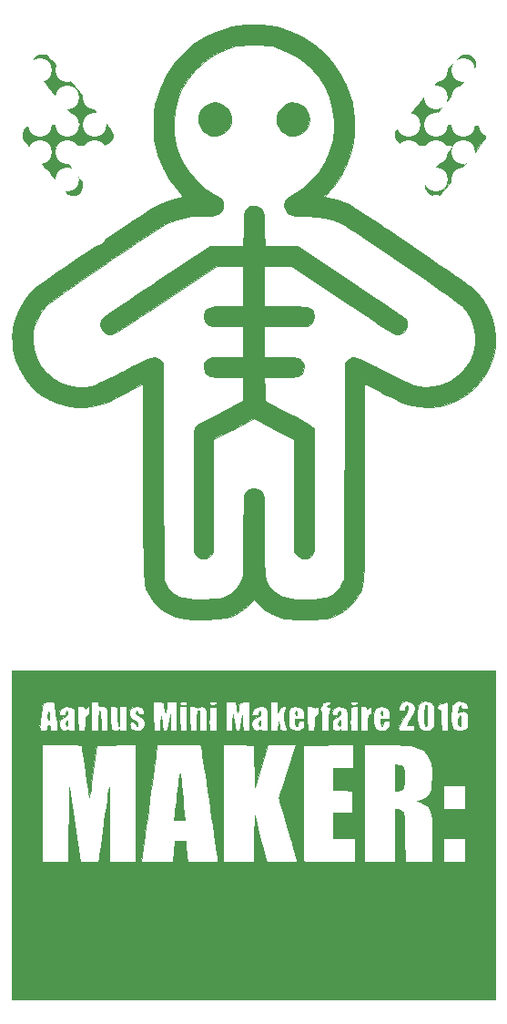
<source format=gbr>
G04 #@! TF.FileFunction,Legend,Top*
%FSLAX46Y46*%
G04 Gerber Fmt 4.6, Leading zero omitted, Abs format (unit mm)*
G04 Created by KiCad (PCBNEW 4.0.2+dfsg1-stable) date tor 22 sep 2016 18:21:24 CEST*
%MOMM*%
G01*
G04 APERTURE LIST*
%ADD10C,0.100000*%
%ADD11C,0.010000*%
%ADD12C,2.200000*%
G04 APERTURE END LIST*
D10*
D11*
G36*
X70521334Y-130381334D02*
X25563334Y-130381334D01*
X25563334Y-106674667D01*
X28357334Y-106674667D01*
X28357334Y-117596667D01*
X30810788Y-117596667D01*
X30855000Y-110611667D01*
X31356790Y-114104167D01*
X31858581Y-117596667D01*
X33593212Y-117596667D01*
X33641208Y-117363834D01*
X33662878Y-117229369D01*
X33703861Y-116946961D01*
X33761414Y-116536555D01*
X33832794Y-116018099D01*
X33915256Y-115411539D01*
X34006057Y-114736822D01*
X34102454Y-114013894D01*
X34115751Y-113913667D01*
X34211839Y-113193147D01*
X34302092Y-112524510D01*
X34383889Y-111926553D01*
X34454613Y-111418075D01*
X34511644Y-111017871D01*
X34552363Y-110744740D01*
X34574151Y-110617479D01*
X34575798Y-110611667D01*
X34583091Y-110674944D01*
X34590148Y-110890567D01*
X34596774Y-111241549D01*
X34602771Y-111710904D01*
X34607939Y-112281645D01*
X34612083Y-112936784D01*
X34615002Y-113659334D01*
X34615983Y-114061834D01*
X34622667Y-117596667D01*
X37078000Y-117596667D01*
X37078000Y-117545691D01*
X37586000Y-117545691D01*
X37666133Y-117562246D01*
X37888405Y-117576556D01*
X38225629Y-117587679D01*
X38650616Y-117594672D01*
X39057515Y-117596667D01*
X40529031Y-117596667D01*
X40589868Y-116623000D01*
X40650705Y-115649334D01*
X41734667Y-115649334D01*
X41735269Y-116051500D01*
X41744134Y-116358393D01*
X41766466Y-116738532D01*
X41789845Y-117025167D01*
X41843820Y-117596667D01*
X43270910Y-117596667D01*
X45206000Y-117596667D01*
X48084667Y-117596667D01*
X48093657Y-115416500D01*
X48102648Y-113236334D01*
X48599402Y-115226000D01*
X48740530Y-115791481D01*
X48869944Y-116310445D01*
X48981349Y-116757605D01*
X49068445Y-117107674D01*
X49124936Y-117335365D01*
X49142358Y-117406167D01*
X49164162Y-117475560D01*
X49207056Y-117525653D01*
X49295535Y-117559589D01*
X49454096Y-117580514D01*
X49707234Y-117591572D01*
X50079446Y-117595908D01*
X50595228Y-117596666D01*
X50626280Y-117596667D01*
X51211208Y-117591614D01*
X51649563Y-117576734D01*
X51934403Y-117552449D01*
X52058788Y-117519178D01*
X52064000Y-117509558D01*
X52040673Y-117410682D01*
X51974351Y-117168631D01*
X51870528Y-116802474D01*
X51734695Y-116331279D01*
X51572345Y-115774113D01*
X51388970Y-115150046D01*
X51255639Y-114699438D01*
X52586862Y-114699438D01*
X52587678Y-115444991D01*
X52589740Y-116097479D01*
X52592999Y-116642242D01*
X52597403Y-117064618D01*
X52602904Y-117349946D01*
X52609451Y-117483567D01*
X52610896Y-117490834D01*
X52662703Y-117523336D01*
X52800200Y-117548994D01*
X53037939Y-117568435D01*
X53390473Y-117582285D01*
X53872354Y-117591172D01*
X54498136Y-117595722D01*
X55067010Y-117596667D01*
X57482667Y-117596667D01*
X58329334Y-117596667D01*
X61208000Y-117596667D01*
X61208000Y-112686000D01*
X61410287Y-112686000D01*
X61624610Y-112738759D01*
X61812454Y-112847766D01*
X61871903Y-112899013D01*
X61918465Y-112958494D01*
X61954009Y-113046316D01*
X61980405Y-113182587D01*
X61999520Y-113387413D01*
X62013225Y-113680903D01*
X62023387Y-114083163D01*
X62031876Y-114614300D01*
X62040561Y-115294421D01*
X62040668Y-115303100D01*
X62069003Y-117596667D01*
X64679334Y-117596667D01*
X64679334Y-115660890D01*
X64677881Y-115395334D01*
X65695334Y-115395334D01*
X65695334Y-117596667D01*
X67727334Y-117596667D01*
X67727334Y-115395334D01*
X65695334Y-115395334D01*
X64677881Y-115395334D01*
X64674855Y-114842342D01*
X64657904Y-114174309D01*
X64623207Y-113638122D01*
X64565493Y-113215116D01*
X64479489Y-112886624D01*
X64359921Y-112633980D01*
X64201517Y-112438516D01*
X63999004Y-112281567D01*
X63747110Y-112144466D01*
X63676758Y-112111541D01*
X63209187Y-111897480D01*
X63608030Y-111796210D01*
X63959073Y-111674810D01*
X64224168Y-111498182D01*
X64413687Y-111244916D01*
X64538003Y-110893605D01*
X64598361Y-110484667D01*
X65695334Y-110484667D01*
X65695334Y-112686000D01*
X67727334Y-112686000D01*
X67727334Y-110484667D01*
X65695334Y-110484667D01*
X64598361Y-110484667D01*
X64607487Y-110422838D01*
X64632512Y-109811206D01*
X64633096Y-109680334D01*
X64611786Y-109008890D01*
X64542479Y-108471728D01*
X64417413Y-108038646D01*
X64228829Y-107679443D01*
X64064146Y-107466285D01*
X63859430Y-107263992D01*
X63622644Y-107098165D01*
X63336018Y-106965460D01*
X62981780Y-106862531D01*
X62542161Y-106786032D01*
X61999389Y-106732618D01*
X61335694Y-106698943D01*
X60533304Y-106681662D01*
X59874500Y-106677518D01*
X58329334Y-106674667D01*
X58329334Y-117596667D01*
X57482667Y-117596667D01*
X57482667Y-115395334D01*
X55450667Y-115395334D01*
X55450667Y-113024667D01*
X57233879Y-113024667D01*
X57210106Y-111987500D01*
X57186334Y-110950334D01*
X56318500Y-110926205D01*
X55450667Y-110902076D01*
X55450667Y-108876000D01*
X57313334Y-108876000D01*
X57313334Y-106671988D01*
X52614334Y-106717000D01*
X52592387Y-112051000D01*
X52589166Y-112987782D01*
X52587341Y-113875481D01*
X52586862Y-114699438D01*
X51255639Y-114699438D01*
X51217334Y-114569982D01*
X51020127Y-113902959D01*
X50839198Y-113285940D01*
X50680044Y-112738064D01*
X50548162Y-112278468D01*
X50449049Y-111926289D01*
X50388201Y-111700665D01*
X50370667Y-111622335D01*
X50396110Y-111520656D01*
X50468110Y-111278803D01*
X50580175Y-110917409D01*
X50725811Y-110457109D01*
X50898525Y-109918536D01*
X51091824Y-109322326D01*
X51164103Y-109100911D01*
X51957539Y-106674667D01*
X49304289Y-106674667D01*
X48715644Y-108669802D01*
X48127000Y-110664938D01*
X48042334Y-106717000D01*
X46624167Y-106693786D01*
X45206000Y-106670573D01*
X45206000Y-117596667D01*
X43270910Y-117596667D01*
X43810785Y-117594165D01*
X44201992Y-117585554D01*
X44465139Y-117569174D01*
X44620831Y-117543368D01*
X44689678Y-117506476D01*
X44698000Y-117481789D01*
X44685885Y-117378738D01*
X44651267Y-117125747D01*
X44596735Y-116740340D01*
X44524879Y-116240042D01*
X44438289Y-115642376D01*
X44339554Y-114964866D01*
X44231263Y-114225036D01*
X44116006Y-113440411D01*
X43996374Y-112628514D01*
X43874955Y-111806869D01*
X43754339Y-110993001D01*
X43637116Y-110204433D01*
X43525875Y-109458690D01*
X43423206Y-108773295D01*
X43331698Y-108165773D01*
X43253941Y-107653647D01*
X43192525Y-107254441D01*
X43150040Y-106985680D01*
X43129137Y-106865167D01*
X43086107Y-106674667D01*
X39033007Y-106674667D01*
X38985424Y-106949834D01*
X38967199Y-107074538D01*
X38929742Y-107346334D01*
X38875361Y-107747753D01*
X38806361Y-108261326D01*
X38725050Y-108869587D01*
X38633736Y-109555065D01*
X38534724Y-110300295D01*
X38430323Y-111087806D01*
X38322840Y-111900132D01*
X38214580Y-112719805D01*
X38107853Y-113529355D01*
X38004963Y-114311316D01*
X37908220Y-115048218D01*
X37819929Y-115722595D01*
X37742397Y-116316977D01*
X37677933Y-116813898D01*
X37628842Y-117195887D01*
X37597432Y-117445479D01*
X37586010Y-117545204D01*
X37586000Y-117545691D01*
X37078000Y-117545691D01*
X37078000Y-106671364D01*
X33395000Y-106717000D01*
X33085111Y-109115334D01*
X33004438Y-109732482D01*
X32929383Y-110293001D01*
X32862958Y-110775474D01*
X32808173Y-111158481D01*
X32768040Y-111420604D01*
X32745569Y-111540426D01*
X32743464Y-111545425D01*
X32724117Y-111473519D01*
X32685257Y-111254676D01*
X32630109Y-110909758D01*
X32561898Y-110459629D01*
X32483847Y-109925151D01*
X32399181Y-109327188D01*
X32385895Y-109231758D01*
X32299677Y-108617426D01*
X32219157Y-108055647D01*
X32147700Y-107568955D01*
X32088670Y-107179889D01*
X32045432Y-106910986D01*
X32021348Y-106784782D01*
X32019983Y-106780500D01*
X31962827Y-106743285D01*
X31812473Y-106715143D01*
X31552788Y-106695152D01*
X31167637Y-106682388D01*
X30640886Y-106675930D01*
X30168608Y-106674667D01*
X28357334Y-106674667D01*
X25563334Y-106674667D01*
X25563334Y-105069068D01*
X28113963Y-105069068D01*
X28119805Y-105247956D01*
X28156877Y-105348555D01*
X28227731Y-105393298D01*
X28334916Y-105404618D01*
X28436376Y-105404667D01*
X28654323Y-105391691D01*
X28756192Y-105330133D01*
X28794602Y-105186052D01*
X28796210Y-105172557D01*
X28868490Y-104979531D01*
X28971167Y-104912349D01*
X29077752Y-104930875D01*
X29117149Y-105066597D01*
X29119334Y-105144459D01*
X29132158Y-105311248D01*
X29203030Y-105385390D01*
X29380541Y-105404221D01*
X29458000Y-105404667D01*
X29600655Y-105402832D01*
X29701557Y-105382059D01*
X29763321Y-105319447D01*
X29788563Y-105192094D01*
X29779896Y-104977098D01*
X29739935Y-104651559D01*
X29671295Y-104192574D01*
X29628230Y-103913615D01*
X29620823Y-103865092D01*
X29896462Y-103865092D01*
X29937472Y-103943701D01*
X30087314Y-103964536D01*
X30213273Y-103965334D01*
X30434213Y-103954300D01*
X30533517Y-103901901D01*
X30558427Y-103779183D01*
X30558667Y-103753667D01*
X30587649Y-103594552D01*
X30643334Y-103542000D01*
X30706859Y-103614490D01*
X30728000Y-103754767D01*
X30692315Y-103907242D01*
X30560868Y-104035013D01*
X30350383Y-104150995D01*
X30045997Y-104363142D01*
X29901414Y-104628672D01*
X29914185Y-104952506D01*
X29927720Y-105000598D01*
X30069303Y-105280140D01*
X30273755Y-105402584D01*
X30539926Y-105367426D01*
X30648900Y-105317021D01*
X30783690Y-105272621D01*
X30812667Y-105317021D01*
X30887086Y-105374949D01*
X31070079Y-105403909D01*
X31109000Y-105404667D01*
X31405334Y-105404667D01*
X31405334Y-104393468D01*
X31403334Y-103962554D01*
X31393805Y-103668772D01*
X31371445Y-103479935D01*
X31330957Y-103363855D01*
X31267042Y-103288347D01*
X31217161Y-103250468D01*
X30961694Y-103148777D01*
X30644504Y-103122275D01*
X30341170Y-103169802D01*
X30151501Y-103266834D01*
X30011661Y-103456065D01*
X29923727Y-103690167D01*
X29896462Y-103865092D01*
X29620823Y-103865092D01*
X29565204Y-103500773D01*
X29512768Y-103148745D01*
X29508456Y-103118667D01*
X31659334Y-103118667D01*
X31659334Y-104205222D01*
X31663504Y-104618211D01*
X31674901Y-104968165D01*
X31691852Y-105221218D01*
X31712683Y-105343502D01*
X31715778Y-105348222D01*
X31832135Y-105387159D01*
X32037289Y-105404599D01*
X32051020Y-105404667D01*
X32329819Y-105404667D01*
X32354409Y-104706167D01*
X32370950Y-104357795D01*
X32397527Y-104140587D01*
X32444638Y-104016377D01*
X32522780Y-103946996D01*
X32569500Y-103924090D01*
X32695264Y-103834279D01*
X32750438Y-103675709D01*
X32760000Y-103479590D01*
X32739313Y-103225764D01*
X32670884Y-103129410D01*
X32545159Y-103183029D01*
X32469714Y-103251714D01*
X32368251Y-103339896D01*
X32338131Y-103302213D01*
X32336667Y-103251714D01*
X32287324Y-103160637D01*
X32118050Y-103122160D01*
X31998000Y-103118667D01*
X31659334Y-103118667D01*
X29508456Y-103118667D01*
X29475836Y-102891149D01*
X29459320Y-102761602D01*
X29458897Y-102754793D01*
X29381525Y-102723443D01*
X29180661Y-102708626D01*
X28931258Y-102712460D01*
X28404516Y-102737667D01*
X28258327Y-103838334D01*
X28185775Y-104386690D01*
X28136804Y-104789457D01*
X28113963Y-105069068D01*
X25563334Y-105069068D01*
X25563334Y-102695334D01*
X32929334Y-102695334D01*
X32929334Y-105414889D01*
X33246834Y-105388611D01*
X33564334Y-105362334D01*
X33588365Y-104452167D01*
X33604967Y-104082532D01*
X33631351Y-103785098D01*
X33663605Y-103594433D01*
X33691334Y-103542000D01*
X33725475Y-103620903D01*
X33756912Y-103834564D01*
X33781735Y-104148412D01*
X33794302Y-104452167D01*
X33818334Y-105362334D01*
X34135834Y-105388611D01*
X34453334Y-105414889D01*
X34453334Y-104399825D01*
X34449850Y-104167682D01*
X34707334Y-104167682D01*
X34710117Y-104616496D01*
X34720987Y-104925251D01*
X34743723Y-105123166D01*
X34782104Y-105239461D01*
X34839909Y-105303355D01*
X34855500Y-105313218D01*
X35107182Y-105394792D01*
X35346402Y-105369139D01*
X35452400Y-105303067D01*
X35536295Y-105244162D01*
X35554000Y-105303067D01*
X35631971Y-105372720D01*
X35843968Y-105403901D01*
X35892667Y-105404667D01*
X36231334Y-105404667D01*
X36231334Y-103578325D01*
X36442072Y-103578325D01*
X36446898Y-103847490D01*
X36575264Y-104119411D01*
X36832593Y-104360958D01*
X36904102Y-104405053D01*
X37147791Y-104580679D01*
X37243546Y-104751882D01*
X37246681Y-104790834D01*
X37217509Y-104939539D01*
X37168555Y-104981334D01*
X37096766Y-104909344D01*
X37062722Y-104790834D01*
X36999339Y-104648566D01*
X36831835Y-104583047D01*
X36755045Y-104573396D01*
X36573284Y-104565263D01*
X36499443Y-104619029D01*
X36494189Y-104780283D01*
X36501045Y-104867782D01*
X36555661Y-105118996D01*
X36688295Y-105266883D01*
X36739334Y-105295639D01*
X37095045Y-105399267D01*
X37437041Y-105364655D01*
X37716849Y-105196849D01*
X37898823Y-104918825D01*
X37922161Y-104628174D01*
X37793385Y-104349621D01*
X37519021Y-104107892D01*
X37413836Y-104048556D01*
X37165119Y-103880082D01*
X37078044Y-103713314D01*
X37078000Y-103709613D01*
X37113782Y-103572969D01*
X37162667Y-103542000D01*
X37231457Y-103612913D01*
X37247334Y-103711334D01*
X37280482Y-103828042D01*
X37409889Y-103875132D01*
X37543667Y-103880667D01*
X37742853Y-103866358D01*
X37824547Y-103794707D01*
X37840000Y-103631468D01*
X37766389Y-103373630D01*
X37555012Y-103200551D01*
X37220057Y-103122259D01*
X37114617Y-103118667D01*
X36781353Y-103180783D01*
X36555364Y-103345046D01*
X36442072Y-103578325D01*
X36231334Y-103578325D01*
X36231334Y-103118667D01*
X35554000Y-103118667D01*
X35554000Y-104050000D01*
X35544289Y-104518611D01*
X35519018Y-104822410D01*
X35483981Y-104960745D01*
X35444975Y-104932961D01*
X35407794Y-104738404D01*
X35378232Y-104376421D01*
X35366365Y-104071167D01*
X35342334Y-103161000D01*
X35024834Y-103134723D01*
X34707334Y-103108445D01*
X34707334Y-104167682D01*
X34449850Y-104167682D01*
X34445780Y-103896636D01*
X34416509Y-103540153D01*
X34355602Y-103308160D01*
X34253143Y-103178443D01*
X34099214Y-103128786D01*
X33889290Y-103136337D01*
X33697431Y-103145223D01*
X33620385Y-103084913D01*
X33606667Y-102932332D01*
X33591570Y-102780168D01*
X33514095Y-102712519D01*
X33325968Y-102695602D01*
X33268000Y-102695334D01*
X38686667Y-102695334D01*
X38686667Y-103993556D01*
X38690423Y-104446655D01*
X38700777Y-104838932D01*
X38716360Y-105139616D01*
X38735804Y-105317939D01*
X38747124Y-105352235D01*
X38866800Y-105387698D01*
X39064624Y-105387513D01*
X39321667Y-105362334D01*
X39364000Y-104685000D01*
X39406334Y-104007667D01*
X39478153Y-104593921D01*
X39528258Y-104969992D01*
X39575167Y-105208257D01*
X39631081Y-105339539D01*
X39708200Y-105394664D01*
X39799049Y-105404667D01*
X39894752Y-105393812D01*
X39964730Y-105341708D01*
X40020842Y-105219050D01*
X40074945Y-104996531D01*
X40138899Y-104644845D01*
X40162221Y-104507138D01*
X40274691Y-103838334D01*
X40285012Y-104621500D01*
X40295334Y-105404667D01*
X40888000Y-105404667D01*
X40888000Y-103118667D01*
X41142000Y-103118667D01*
X41142000Y-104205222D01*
X41146171Y-104618211D01*
X41157568Y-104968165D01*
X41174518Y-105221218D01*
X41195350Y-105343502D01*
X41198445Y-105348222D01*
X41314637Y-105386965D01*
X41520347Y-105404569D01*
X41537111Y-105404667D01*
X41819334Y-105404667D01*
X41819334Y-103118667D01*
X42073334Y-103118667D01*
X42073334Y-104205222D01*
X42077504Y-104618211D01*
X42088901Y-104968165D01*
X42105852Y-105221218D01*
X42126683Y-105343502D01*
X42129778Y-105348222D01*
X42245970Y-105386965D01*
X42451681Y-105404569D01*
X42468445Y-105404667D01*
X42750667Y-105404667D01*
X42750667Y-104473334D01*
X42754294Y-104056457D01*
X42767617Y-103781967D01*
X42794295Y-103623025D01*
X42837987Y-103552794D01*
X42877667Y-103542000D01*
X42934380Y-103568528D01*
X42971775Y-103665966D01*
X42993482Y-103861094D01*
X43003135Y-104180692D01*
X43004667Y-104478444D01*
X43004667Y-105414889D01*
X43322167Y-105388611D01*
X43639667Y-105362334D01*
X43658558Y-104577167D01*
X43863850Y-104577167D01*
X43865893Y-104925609D01*
X43875111Y-105179426D01*
X43890159Y-105299056D01*
X44011280Y-105381020D01*
X44252820Y-105388652D01*
X44571000Y-105362334D01*
X44571000Y-103161000D01*
X43893667Y-103161000D01*
X43869673Y-104172071D01*
X43863850Y-104577167D01*
X43658558Y-104577167D01*
X43661057Y-104473334D01*
X43661477Y-103960760D01*
X43629446Y-103593325D01*
X43557795Y-103348731D01*
X43439357Y-103204682D01*
X43266964Y-103138882D01*
X43230418Y-103133716D01*
X43012383Y-103147576D01*
X42872547Y-103207583D01*
X42771481Y-103262221D01*
X42750667Y-103213700D01*
X42674549Y-103152095D01*
X42478855Y-103120340D01*
X42412000Y-103118667D01*
X42073334Y-103118667D01*
X41819334Y-103118667D01*
X41142000Y-103118667D01*
X40888000Y-103118667D01*
X40888000Y-102864667D01*
X41142000Y-102864667D01*
X41170400Y-102975451D01*
X41285189Y-103024413D01*
X41480667Y-103034000D01*
X41702235Y-103019800D01*
X41800159Y-102962406D01*
X41819334Y-102864667D01*
X41804864Y-102808222D01*
X43851334Y-102808222D01*
X43894739Y-102955793D01*
X44044192Y-103018736D01*
X44270937Y-103016863D01*
X44507135Y-102959981D01*
X44597671Y-102843500D01*
X44587791Y-102751497D01*
X44487104Y-102707307D01*
X44257885Y-102695364D01*
X44238542Y-102695334D01*
X45460000Y-102695334D01*
X45460000Y-105404667D01*
X46052667Y-105404667D01*
X46062988Y-104621500D01*
X46073309Y-103838334D01*
X46185779Y-104507138D01*
X46255108Y-104904135D01*
X46310962Y-105163010D01*
X46365202Y-105313070D01*
X46429686Y-105383621D01*
X46516271Y-105403970D01*
X46548951Y-105404667D01*
X46653944Y-105388784D01*
X46727929Y-105321240D01*
X46782133Y-105172189D01*
X46827784Y-104911786D01*
X46872187Y-104545492D01*
X46941667Y-103923000D01*
X46984000Y-104642667D01*
X47026334Y-105362334D01*
X47619000Y-105362334D01*
X47629299Y-104771995D01*
X47831963Y-104771995D01*
X47890157Y-105093399D01*
X48050094Y-105307244D01*
X48284210Y-105393923D01*
X48564942Y-105333833D01*
X48598233Y-105317021D01*
X48733023Y-105272621D01*
X48762000Y-105317021D01*
X48836419Y-105374949D01*
X49019413Y-105403909D01*
X49058334Y-105404667D01*
X49354667Y-105404667D01*
X49354667Y-104431000D01*
X49345492Y-103929853D01*
X49309342Y-103573551D01*
X49233279Y-103338188D01*
X49104362Y-103199858D01*
X48909654Y-103134656D01*
X48644380Y-103118667D01*
X48267352Y-103178445D01*
X48009335Y-103358362D01*
X47869134Y-103659291D01*
X47862672Y-103690167D01*
X47837203Y-103864424D01*
X47878664Y-103943218D01*
X48027841Y-103964454D01*
X48158750Y-103965334D01*
X48381253Y-103954583D01*
X48481883Y-103903329D01*
X48507675Y-103783064D01*
X48508000Y-103753667D01*
X48536983Y-103594552D01*
X48592667Y-103542000D01*
X48656502Y-103614403D01*
X48677334Y-103751946D01*
X48636901Y-103909769D01*
X48491971Y-104045659D01*
X48317500Y-104144320D01*
X48048904Y-104294696D01*
X47902398Y-104430361D01*
X47842134Y-104597662D01*
X47831963Y-104771995D01*
X47629299Y-104771995D01*
X47642339Y-104024544D01*
X47665527Y-102695334D01*
X49608667Y-102695334D01*
X49608667Y-105404667D01*
X50286000Y-105404667D01*
X50302256Y-104515667D01*
X50400103Y-104939000D01*
X50465507Y-105188834D01*
X50539125Y-105317806D01*
X50662634Y-105371046D01*
X50815308Y-105388611D01*
X51018801Y-105388998D01*
X51127194Y-105357120D01*
X51132667Y-105344576D01*
X51111408Y-105234202D01*
X51055188Y-105006449D01*
X50975340Y-104706821D01*
X50959600Y-104649731D01*
X50873267Y-104320964D01*
X50834354Y-104096109D01*
X50834719Y-104085335D01*
X51231245Y-104085335D01*
X51233417Y-104593815D01*
X51302059Y-104960669D01*
X51441794Y-105201903D01*
X51583193Y-105304021D01*
X51929667Y-105392704D01*
X52280517Y-105351754D01*
X52518249Y-105229188D01*
X52694187Y-105021282D01*
X52741334Y-104763522D01*
X52727817Y-104568985D01*
X52652679Y-104489201D01*
X52464036Y-104473360D01*
X52445000Y-104473334D01*
X52245905Y-104487493D01*
X52164245Y-104559313D01*
X52148667Y-104727334D01*
X52110803Y-104928986D01*
X52021667Y-104981334D01*
X51933360Y-104925410D01*
X51896972Y-104740031D01*
X51894667Y-104642667D01*
X51894667Y-104304000D01*
X52741334Y-104304000D01*
X52741334Y-103886812D01*
X52725265Y-103611513D01*
X52660283Y-103437023D01*
X52521226Y-103296493D01*
X52518249Y-103294145D01*
X52222089Y-103153218D01*
X51881373Y-103125255D01*
X51566145Y-103211273D01*
X51461656Y-103278812D01*
X51356829Y-103386766D01*
X51291843Y-103531701D01*
X51253819Y-103758699D01*
X51231245Y-104085335D01*
X50834719Y-104085335D01*
X50840429Y-103917250D01*
X50889061Y-103726468D01*
X50917267Y-103641517D01*
X51008044Y-103361447D01*
X51033393Y-103204989D01*
X50984555Y-103136189D01*
X50852771Y-103119091D01*
X50789913Y-103118667D01*
X52995334Y-103118667D01*
X52995334Y-104205222D01*
X52999504Y-104618211D01*
X53010901Y-104968165D01*
X53027852Y-105221218D01*
X53048683Y-105343502D01*
X53051778Y-105348222D01*
X53168135Y-105387159D01*
X53373289Y-105404599D01*
X53387020Y-105404667D01*
X53665819Y-105404667D01*
X53690409Y-104706167D01*
X53706950Y-104357795D01*
X53733527Y-104140587D01*
X53780638Y-104016377D01*
X53858780Y-103946996D01*
X53905500Y-103924090D01*
X54031264Y-103834279D01*
X54086438Y-103675709D01*
X54096000Y-103479590D01*
X54092644Y-103372667D01*
X54180667Y-103372667D01*
X54216123Y-103510247D01*
X54265334Y-103542000D01*
X54303471Y-103622985D01*
X54331398Y-103851613D01*
X54347174Y-104206398D01*
X54350000Y-104478444D01*
X54350000Y-105414889D01*
X54667500Y-105388611D01*
X54985000Y-105362334D01*
X55009031Y-104452167D01*
X55026188Y-104072368D01*
X55053542Y-103773554D01*
X55064270Y-103714632D01*
X55281334Y-103714632D01*
X55298190Y-103883121D01*
X55382944Y-103952226D01*
X55577667Y-103965334D01*
X55778065Y-103949519D01*
X55860104Y-103878354D01*
X55874000Y-103753667D01*
X55918161Y-103583428D01*
X56001000Y-103542000D01*
X56103443Y-103615098D01*
X56128000Y-103744684D01*
X56089487Y-103890465D01*
X55951425Y-104020733D01*
X55725834Y-104146851D01*
X55490973Y-104272202D01*
X55368268Y-104385819D01*
X55316381Y-104547481D01*
X55297111Y-104766862D01*
X55296062Y-105050391D01*
X55345679Y-105218608D01*
X55419127Y-105296029D01*
X55654862Y-105392721D01*
X55895798Y-105379139D01*
X56026400Y-105303067D01*
X56110080Y-105245361D01*
X56128000Y-105308178D01*
X56204250Y-105381132D01*
X56434684Y-105389476D01*
X56445500Y-105388611D01*
X56763000Y-105362334D01*
X56763000Y-104577167D01*
X56987184Y-104577167D01*
X56989226Y-104925609D01*
X56998444Y-105179426D01*
X57013492Y-105299056D01*
X57134613Y-105381020D01*
X57376153Y-105388652D01*
X57694334Y-105362334D01*
X57717992Y-104235510D01*
X57741441Y-103118667D01*
X57990667Y-103118667D01*
X57990667Y-105414889D01*
X58308167Y-105388611D01*
X58625667Y-105362334D01*
X58650401Y-104654974D01*
X58667245Y-104303434D01*
X58676239Y-104229327D01*
X59176000Y-104229327D01*
X59180036Y-104599484D01*
X59198259Y-104843105D01*
X59239848Y-105002911D01*
X59313978Y-105121625D01*
X59383818Y-105196849D01*
X59613198Y-105354450D01*
X59910683Y-105404448D01*
X59938000Y-105404667D01*
X60243736Y-105361600D01*
X60475558Y-105213108D01*
X60492182Y-105196849D01*
X60508729Y-105170996D01*
X61473216Y-105170996D01*
X61479831Y-105290449D01*
X61518445Y-105348222D01*
X61623853Y-105374167D01*
X61855014Y-105393822D01*
X62168373Y-105403959D01*
X62280445Y-105404667D01*
X62986000Y-105404667D01*
X62986000Y-105150667D01*
X62972626Y-104987800D01*
X62900154Y-104915399D01*
X62720055Y-104897068D01*
X62647334Y-104896667D01*
X62435151Y-104888353D01*
X62317238Y-104867586D01*
X62308667Y-104859223D01*
X62350442Y-104774731D01*
X62460981Y-104585200D01*
X62618103Y-104328434D01*
X62651213Y-104275452D01*
X62827813Y-103964116D01*
X62838571Y-103940950D01*
X63236429Y-103940950D01*
X63245443Y-104357072D01*
X63280092Y-104728884D01*
X63340337Y-105003469D01*
X63365219Y-105062555D01*
X63478537Y-105244251D01*
X63614888Y-105344130D01*
X63827253Y-105387432D01*
X64069349Y-105397983D01*
X64360480Y-105371332D01*
X64572485Y-105259394D01*
X64640849Y-105196849D01*
X64734246Y-105091861D01*
X64794536Y-104976315D01*
X64828903Y-104812297D01*
X64844531Y-104561895D01*
X64848606Y-104187197D01*
X64848667Y-104100166D01*
X64839896Y-103707091D01*
X64816253Y-103358897D01*
X64794614Y-103197967D01*
X65034248Y-103197967D01*
X65060759Y-103324415D01*
X65229667Y-103407435D01*
X65322753Y-103436661D01*
X65383548Y-103489343D01*
X65418928Y-103596958D01*
X65435772Y-103790986D01*
X65440957Y-104102902D01*
X65441334Y-104376169D01*
X65446263Y-104754270D01*
X65459607Y-105067451D01*
X65479196Y-105278360D01*
X65497778Y-105348222D01*
X65613970Y-105386965D01*
X65819681Y-105404569D01*
X65836445Y-105404667D01*
X66118667Y-105404667D01*
X66118667Y-104050000D01*
X66118319Y-103803386D01*
X66384858Y-103803386D01*
X66385582Y-104393933D01*
X66440732Y-104833164D01*
X66552577Y-105130865D01*
X66723383Y-105296820D01*
X66731949Y-105301086D01*
X67035615Y-105383823D01*
X67377403Y-105386904D01*
X67664807Y-105309710D01*
X67669400Y-105307325D01*
X67820494Y-105211968D01*
X67912735Y-105093396D01*
X67960470Y-104910246D01*
X67978046Y-104621158D01*
X67980037Y-104411785D01*
X67975764Y-104089214D01*
X67952408Y-103890051D01*
X67896702Y-103768468D01*
X67795379Y-103678641D01*
X67761122Y-103655615D01*
X67560584Y-103561343D01*
X67360921Y-103581327D01*
X67290675Y-103605780D01*
X67040440Y-103700233D01*
X67066387Y-103394828D01*
X67110318Y-103196177D01*
X67183797Y-103070962D01*
X67257237Y-103043902D01*
X67301055Y-103139721D01*
X67304000Y-103196278D01*
X67330147Y-103311215D01*
X67438770Y-103362117D01*
X67642667Y-103372667D01*
X67861140Y-103360826D01*
X67958222Y-103306146D01*
X67981269Y-103179888D01*
X67981334Y-103167145D01*
X67907651Y-102926038D01*
X67714529Y-102747488D01*
X67443853Y-102642597D01*
X67137509Y-102622467D01*
X66837384Y-102698200D01*
X66652555Y-102814946D01*
X66539879Y-102922835D01*
X66467784Y-103038947D01*
X66425079Y-103204596D01*
X66400578Y-103461091D01*
X66384858Y-103803386D01*
X66118319Y-103803386D01*
X66117908Y-103512297D01*
X66108400Y-103125729D01*
X66079297Y-102872108D01*
X66019751Y-102733251D01*
X65918916Y-102690970D01*
X65765946Y-102727080D01*
X65549994Y-102823394D01*
X65423456Y-102884382D01*
X65157016Y-103046245D01*
X65034248Y-103197967D01*
X64794614Y-103197967D01*
X64781741Y-103102232D01*
X64754664Y-103004987D01*
X64568086Y-102776187D01*
X64293521Y-102644122D01*
X63980658Y-102610545D01*
X63679190Y-102677210D01*
X63438809Y-102845870D01*
X63363609Y-102955890D01*
X63295472Y-103187442D01*
X63253093Y-103533434D01*
X63236429Y-103940950D01*
X62838571Y-103940950D01*
X62967494Y-103663338D01*
X63041250Y-103435935D01*
X63042654Y-103427824D01*
X63055041Y-103210325D01*
X62985777Y-103040795D01*
X62833620Y-102868595D01*
X62526730Y-102658183D01*
X62208040Y-102598905D01*
X61912124Y-102680296D01*
X61673556Y-102891892D01*
X61526909Y-103223229D01*
X61517819Y-103266834D01*
X61493592Y-103443271D01*
X61538109Y-103521448D01*
X61692808Y-103541376D01*
X61802784Y-103542000D01*
X62019059Y-103531805D01*
X62114862Y-103476735D01*
X62138853Y-103340063D01*
X62139334Y-103288000D01*
X62172673Y-103092891D01*
X62277411Y-103034000D01*
X62375779Y-103099179D01*
X62373711Y-103287576D01*
X62274394Y-103588485D01*
X62081014Y-103991200D01*
X61893254Y-104324780D01*
X61670678Y-104713419D01*
X61533749Y-104987072D01*
X61473216Y-105170996D01*
X60508729Y-105170996D01*
X60663492Y-104929196D01*
X60700000Y-104731182D01*
X60683261Y-104556623D01*
X60598450Y-104486081D01*
X60410394Y-104473334D01*
X60206569Y-104493865D01*
X60107538Y-104586136D01*
X60065000Y-104727334D01*
X59995552Y-104928323D01*
X59924533Y-104968842D01*
X59870958Y-104856495D01*
X59853334Y-104642667D01*
X59853334Y-104304000D01*
X60700000Y-104304000D01*
X60700000Y-103919152D01*
X60670930Y-103621202D01*
X60565870Y-103408924D01*
X60492182Y-103326485D01*
X60214997Y-103159411D01*
X59880768Y-103117210D01*
X59548704Y-103201632D01*
X59399085Y-103294145D01*
X59292599Y-103388456D01*
X59226780Y-103493968D01*
X59191898Y-103651474D01*
X59178222Y-103901766D01*
X59176000Y-104229327D01*
X58676239Y-104229327D01*
X58693620Y-104086125D01*
X58738432Y-103967948D01*
X58810589Y-103913801D01*
X58840901Y-103904266D01*
X58948700Y-103840293D01*
X58997497Y-103692187D01*
X59006667Y-103489792D01*
X58995008Y-103236822D01*
X58947297Y-103135901D01*
X58844432Y-103170595D01*
X58738167Y-103258789D01*
X58623333Y-103351761D01*
X58586263Y-103326334D01*
X58583334Y-103258789D01*
X58533423Y-103158598D01*
X58361710Y-103120384D01*
X58287000Y-103118667D01*
X57990667Y-103118667D01*
X57741441Y-103118667D01*
X57741651Y-103108687D01*
X57379326Y-103134844D01*
X57017000Y-103161000D01*
X56993006Y-104172071D01*
X56987184Y-104577167D01*
X56763000Y-104577167D01*
X56763000Y-104402290D01*
X56760872Y-103983974D01*
X56750416Y-103700707D01*
X56725526Y-103518218D01*
X56680097Y-103402237D01*
X56608023Y-103318496D01*
X56563120Y-103280457D01*
X56291712Y-103151147D01*
X55963891Y-103117952D01*
X55651020Y-103180164D01*
X55466632Y-103291298D01*
X55315071Y-103530256D01*
X55281334Y-103714632D01*
X55064270Y-103714632D01*
X55087363Y-103587809D01*
X55114865Y-103542000D01*
X55181337Y-103471062D01*
X55196667Y-103372667D01*
X55136798Y-103231163D01*
X55027334Y-103203334D01*
X54889691Y-103171974D01*
X54858000Y-103128542D01*
X54928462Y-103049492D01*
X55027334Y-103009468D01*
X55165056Y-102914843D01*
X55196667Y-102825621D01*
X55190249Y-102808222D01*
X56974667Y-102808222D01*
X57018073Y-102955793D01*
X57167526Y-103018736D01*
X57394270Y-103016863D01*
X57630469Y-102959981D01*
X57721004Y-102843500D01*
X57711125Y-102751497D01*
X57610438Y-102707307D01*
X57381218Y-102695364D01*
X57361875Y-102695334D01*
X57095108Y-102715893D01*
X56980944Y-102779894D01*
X56974667Y-102808222D01*
X55190249Y-102808222D01*
X55165526Y-102741210D01*
X55046055Y-102706874D01*
X54799185Y-102711562D01*
X54794500Y-102711861D01*
X54549170Y-102736842D01*
X54425537Y-102789603D01*
X54375966Y-102898864D01*
X54365543Y-102970500D01*
X54321225Y-103139630D01*
X54259710Y-103203334D01*
X54195472Y-103274296D01*
X54180667Y-103372667D01*
X54092644Y-103372667D01*
X54088438Y-103238677D01*
X54047800Y-103138632D01*
X53947154Y-103151104D01*
X53836434Y-103206312D01*
X53701644Y-103250712D01*
X53672667Y-103206312D01*
X53597563Y-103151431D01*
X53409940Y-103120903D01*
X53334000Y-103118667D01*
X52995334Y-103118667D01*
X50789913Y-103118667D01*
X50593705Y-103151230D01*
X50467970Y-103280468D01*
X50412227Y-103393834D01*
X50292628Y-103669000D01*
X50286000Y-102695334D01*
X49608667Y-102695334D01*
X47665527Y-102695334D01*
X47665677Y-102686754D01*
X47176672Y-102712210D01*
X46687667Y-102737667D01*
X46632740Y-103187705D01*
X46595187Y-103446272D01*
X46557715Y-103627140D01*
X46538166Y-103677390D01*
X46508964Y-103622642D01*
X46472393Y-103440521D01*
X46440721Y-103206186D01*
X46382925Y-102695334D01*
X45460000Y-102695334D01*
X44238542Y-102695334D01*
X43971775Y-102715893D01*
X43857611Y-102779894D01*
X43851334Y-102808222D01*
X41804864Y-102808222D01*
X41790933Y-102753883D01*
X41676144Y-102704921D01*
X41480667Y-102695334D01*
X41259099Y-102709534D01*
X41161174Y-102766928D01*
X41142000Y-102864667D01*
X40888000Y-102864667D01*
X40888000Y-102695334D01*
X39968851Y-102695334D01*
X39913947Y-103182167D01*
X39872542Y-103523953D01*
X39840339Y-103705107D01*
X39811639Y-103733675D01*
X39780743Y-103617701D01*
X39749000Y-103415000D01*
X39696775Y-103068122D01*
X39643362Y-102855614D01*
X39561221Y-102744576D01*
X39422816Y-102702108D01*
X39200608Y-102695308D01*
X39146628Y-102695334D01*
X38686667Y-102695334D01*
X33268000Y-102695334D01*
X32929334Y-102695334D01*
X25563334Y-102695334D01*
X25563334Y-99816667D01*
X70521334Y-99816667D01*
X70521334Y-130381334D01*
X70521334Y-130381334D01*
G37*
X70521334Y-130381334D02*
X25563334Y-130381334D01*
X25563334Y-106674667D01*
X28357334Y-106674667D01*
X28357334Y-117596667D01*
X30810788Y-117596667D01*
X30855000Y-110611667D01*
X31356790Y-114104167D01*
X31858581Y-117596667D01*
X33593212Y-117596667D01*
X33641208Y-117363834D01*
X33662878Y-117229369D01*
X33703861Y-116946961D01*
X33761414Y-116536555D01*
X33832794Y-116018099D01*
X33915256Y-115411539D01*
X34006057Y-114736822D01*
X34102454Y-114013894D01*
X34115751Y-113913667D01*
X34211839Y-113193147D01*
X34302092Y-112524510D01*
X34383889Y-111926553D01*
X34454613Y-111418075D01*
X34511644Y-111017871D01*
X34552363Y-110744740D01*
X34574151Y-110617479D01*
X34575798Y-110611667D01*
X34583091Y-110674944D01*
X34590148Y-110890567D01*
X34596774Y-111241549D01*
X34602771Y-111710904D01*
X34607939Y-112281645D01*
X34612083Y-112936784D01*
X34615002Y-113659334D01*
X34615983Y-114061834D01*
X34622667Y-117596667D01*
X37078000Y-117596667D01*
X37078000Y-117545691D01*
X37586000Y-117545691D01*
X37666133Y-117562246D01*
X37888405Y-117576556D01*
X38225629Y-117587679D01*
X38650616Y-117594672D01*
X39057515Y-117596667D01*
X40529031Y-117596667D01*
X40589868Y-116623000D01*
X40650705Y-115649334D01*
X41734667Y-115649334D01*
X41735269Y-116051500D01*
X41744134Y-116358393D01*
X41766466Y-116738532D01*
X41789845Y-117025167D01*
X41843820Y-117596667D01*
X43270910Y-117596667D01*
X45206000Y-117596667D01*
X48084667Y-117596667D01*
X48093657Y-115416500D01*
X48102648Y-113236334D01*
X48599402Y-115226000D01*
X48740530Y-115791481D01*
X48869944Y-116310445D01*
X48981349Y-116757605D01*
X49068445Y-117107674D01*
X49124936Y-117335365D01*
X49142358Y-117406167D01*
X49164162Y-117475560D01*
X49207056Y-117525653D01*
X49295535Y-117559589D01*
X49454096Y-117580514D01*
X49707234Y-117591572D01*
X50079446Y-117595908D01*
X50595228Y-117596666D01*
X50626280Y-117596667D01*
X51211208Y-117591614D01*
X51649563Y-117576734D01*
X51934403Y-117552449D01*
X52058788Y-117519178D01*
X52064000Y-117509558D01*
X52040673Y-117410682D01*
X51974351Y-117168631D01*
X51870528Y-116802474D01*
X51734695Y-116331279D01*
X51572345Y-115774113D01*
X51388970Y-115150046D01*
X51255639Y-114699438D01*
X52586862Y-114699438D01*
X52587678Y-115444991D01*
X52589740Y-116097479D01*
X52592999Y-116642242D01*
X52597403Y-117064618D01*
X52602904Y-117349946D01*
X52609451Y-117483567D01*
X52610896Y-117490834D01*
X52662703Y-117523336D01*
X52800200Y-117548994D01*
X53037939Y-117568435D01*
X53390473Y-117582285D01*
X53872354Y-117591172D01*
X54498136Y-117595722D01*
X55067010Y-117596667D01*
X57482667Y-117596667D01*
X58329334Y-117596667D01*
X61208000Y-117596667D01*
X61208000Y-112686000D01*
X61410287Y-112686000D01*
X61624610Y-112738759D01*
X61812454Y-112847766D01*
X61871903Y-112899013D01*
X61918465Y-112958494D01*
X61954009Y-113046316D01*
X61980405Y-113182587D01*
X61999520Y-113387413D01*
X62013225Y-113680903D01*
X62023387Y-114083163D01*
X62031876Y-114614300D01*
X62040561Y-115294421D01*
X62040668Y-115303100D01*
X62069003Y-117596667D01*
X64679334Y-117596667D01*
X64679334Y-115660890D01*
X64677881Y-115395334D01*
X65695334Y-115395334D01*
X65695334Y-117596667D01*
X67727334Y-117596667D01*
X67727334Y-115395334D01*
X65695334Y-115395334D01*
X64677881Y-115395334D01*
X64674855Y-114842342D01*
X64657904Y-114174309D01*
X64623207Y-113638122D01*
X64565493Y-113215116D01*
X64479489Y-112886624D01*
X64359921Y-112633980D01*
X64201517Y-112438516D01*
X63999004Y-112281567D01*
X63747110Y-112144466D01*
X63676758Y-112111541D01*
X63209187Y-111897480D01*
X63608030Y-111796210D01*
X63959073Y-111674810D01*
X64224168Y-111498182D01*
X64413687Y-111244916D01*
X64538003Y-110893605D01*
X64598361Y-110484667D01*
X65695334Y-110484667D01*
X65695334Y-112686000D01*
X67727334Y-112686000D01*
X67727334Y-110484667D01*
X65695334Y-110484667D01*
X64598361Y-110484667D01*
X64607487Y-110422838D01*
X64632512Y-109811206D01*
X64633096Y-109680334D01*
X64611786Y-109008890D01*
X64542479Y-108471728D01*
X64417413Y-108038646D01*
X64228829Y-107679443D01*
X64064146Y-107466285D01*
X63859430Y-107263992D01*
X63622644Y-107098165D01*
X63336018Y-106965460D01*
X62981780Y-106862531D01*
X62542161Y-106786032D01*
X61999389Y-106732618D01*
X61335694Y-106698943D01*
X60533304Y-106681662D01*
X59874500Y-106677518D01*
X58329334Y-106674667D01*
X58329334Y-117596667D01*
X57482667Y-117596667D01*
X57482667Y-115395334D01*
X55450667Y-115395334D01*
X55450667Y-113024667D01*
X57233879Y-113024667D01*
X57210106Y-111987500D01*
X57186334Y-110950334D01*
X56318500Y-110926205D01*
X55450667Y-110902076D01*
X55450667Y-108876000D01*
X57313334Y-108876000D01*
X57313334Y-106671988D01*
X52614334Y-106717000D01*
X52592387Y-112051000D01*
X52589166Y-112987782D01*
X52587341Y-113875481D01*
X52586862Y-114699438D01*
X51255639Y-114699438D01*
X51217334Y-114569982D01*
X51020127Y-113902959D01*
X50839198Y-113285940D01*
X50680044Y-112738064D01*
X50548162Y-112278468D01*
X50449049Y-111926289D01*
X50388201Y-111700665D01*
X50370667Y-111622335D01*
X50396110Y-111520656D01*
X50468110Y-111278803D01*
X50580175Y-110917409D01*
X50725811Y-110457109D01*
X50898525Y-109918536D01*
X51091824Y-109322326D01*
X51164103Y-109100911D01*
X51957539Y-106674667D01*
X49304289Y-106674667D01*
X48715644Y-108669802D01*
X48127000Y-110664938D01*
X48042334Y-106717000D01*
X46624167Y-106693786D01*
X45206000Y-106670573D01*
X45206000Y-117596667D01*
X43270910Y-117596667D01*
X43810785Y-117594165D01*
X44201992Y-117585554D01*
X44465139Y-117569174D01*
X44620831Y-117543368D01*
X44689678Y-117506476D01*
X44698000Y-117481789D01*
X44685885Y-117378738D01*
X44651267Y-117125747D01*
X44596735Y-116740340D01*
X44524879Y-116240042D01*
X44438289Y-115642376D01*
X44339554Y-114964866D01*
X44231263Y-114225036D01*
X44116006Y-113440411D01*
X43996374Y-112628514D01*
X43874955Y-111806869D01*
X43754339Y-110993001D01*
X43637116Y-110204433D01*
X43525875Y-109458690D01*
X43423206Y-108773295D01*
X43331698Y-108165773D01*
X43253941Y-107653647D01*
X43192525Y-107254441D01*
X43150040Y-106985680D01*
X43129137Y-106865167D01*
X43086107Y-106674667D01*
X39033007Y-106674667D01*
X38985424Y-106949834D01*
X38967199Y-107074538D01*
X38929742Y-107346334D01*
X38875361Y-107747753D01*
X38806361Y-108261326D01*
X38725050Y-108869587D01*
X38633736Y-109555065D01*
X38534724Y-110300295D01*
X38430323Y-111087806D01*
X38322840Y-111900132D01*
X38214580Y-112719805D01*
X38107853Y-113529355D01*
X38004963Y-114311316D01*
X37908220Y-115048218D01*
X37819929Y-115722595D01*
X37742397Y-116316977D01*
X37677933Y-116813898D01*
X37628842Y-117195887D01*
X37597432Y-117445479D01*
X37586010Y-117545204D01*
X37586000Y-117545691D01*
X37078000Y-117545691D01*
X37078000Y-106671364D01*
X33395000Y-106717000D01*
X33085111Y-109115334D01*
X33004438Y-109732482D01*
X32929383Y-110293001D01*
X32862958Y-110775474D01*
X32808173Y-111158481D01*
X32768040Y-111420604D01*
X32745569Y-111540426D01*
X32743464Y-111545425D01*
X32724117Y-111473519D01*
X32685257Y-111254676D01*
X32630109Y-110909758D01*
X32561898Y-110459629D01*
X32483847Y-109925151D01*
X32399181Y-109327188D01*
X32385895Y-109231758D01*
X32299677Y-108617426D01*
X32219157Y-108055647D01*
X32147700Y-107568955D01*
X32088670Y-107179889D01*
X32045432Y-106910986D01*
X32021348Y-106784782D01*
X32019983Y-106780500D01*
X31962827Y-106743285D01*
X31812473Y-106715143D01*
X31552788Y-106695152D01*
X31167637Y-106682388D01*
X30640886Y-106675930D01*
X30168608Y-106674667D01*
X28357334Y-106674667D01*
X25563334Y-106674667D01*
X25563334Y-105069068D01*
X28113963Y-105069068D01*
X28119805Y-105247956D01*
X28156877Y-105348555D01*
X28227731Y-105393298D01*
X28334916Y-105404618D01*
X28436376Y-105404667D01*
X28654323Y-105391691D01*
X28756192Y-105330133D01*
X28794602Y-105186052D01*
X28796210Y-105172557D01*
X28868490Y-104979531D01*
X28971167Y-104912349D01*
X29077752Y-104930875D01*
X29117149Y-105066597D01*
X29119334Y-105144459D01*
X29132158Y-105311248D01*
X29203030Y-105385390D01*
X29380541Y-105404221D01*
X29458000Y-105404667D01*
X29600655Y-105402832D01*
X29701557Y-105382059D01*
X29763321Y-105319447D01*
X29788563Y-105192094D01*
X29779896Y-104977098D01*
X29739935Y-104651559D01*
X29671295Y-104192574D01*
X29628230Y-103913615D01*
X29620823Y-103865092D01*
X29896462Y-103865092D01*
X29937472Y-103943701D01*
X30087314Y-103964536D01*
X30213273Y-103965334D01*
X30434213Y-103954300D01*
X30533517Y-103901901D01*
X30558427Y-103779183D01*
X30558667Y-103753667D01*
X30587649Y-103594552D01*
X30643334Y-103542000D01*
X30706859Y-103614490D01*
X30728000Y-103754767D01*
X30692315Y-103907242D01*
X30560868Y-104035013D01*
X30350383Y-104150995D01*
X30045997Y-104363142D01*
X29901414Y-104628672D01*
X29914185Y-104952506D01*
X29927720Y-105000598D01*
X30069303Y-105280140D01*
X30273755Y-105402584D01*
X30539926Y-105367426D01*
X30648900Y-105317021D01*
X30783690Y-105272621D01*
X30812667Y-105317021D01*
X30887086Y-105374949D01*
X31070079Y-105403909D01*
X31109000Y-105404667D01*
X31405334Y-105404667D01*
X31405334Y-104393468D01*
X31403334Y-103962554D01*
X31393805Y-103668772D01*
X31371445Y-103479935D01*
X31330957Y-103363855D01*
X31267042Y-103288347D01*
X31217161Y-103250468D01*
X30961694Y-103148777D01*
X30644504Y-103122275D01*
X30341170Y-103169802D01*
X30151501Y-103266834D01*
X30011661Y-103456065D01*
X29923727Y-103690167D01*
X29896462Y-103865092D01*
X29620823Y-103865092D01*
X29565204Y-103500773D01*
X29512768Y-103148745D01*
X29508456Y-103118667D01*
X31659334Y-103118667D01*
X31659334Y-104205222D01*
X31663504Y-104618211D01*
X31674901Y-104968165D01*
X31691852Y-105221218D01*
X31712683Y-105343502D01*
X31715778Y-105348222D01*
X31832135Y-105387159D01*
X32037289Y-105404599D01*
X32051020Y-105404667D01*
X32329819Y-105404667D01*
X32354409Y-104706167D01*
X32370950Y-104357795D01*
X32397527Y-104140587D01*
X32444638Y-104016377D01*
X32522780Y-103946996D01*
X32569500Y-103924090D01*
X32695264Y-103834279D01*
X32750438Y-103675709D01*
X32760000Y-103479590D01*
X32739313Y-103225764D01*
X32670884Y-103129410D01*
X32545159Y-103183029D01*
X32469714Y-103251714D01*
X32368251Y-103339896D01*
X32338131Y-103302213D01*
X32336667Y-103251714D01*
X32287324Y-103160637D01*
X32118050Y-103122160D01*
X31998000Y-103118667D01*
X31659334Y-103118667D01*
X29508456Y-103118667D01*
X29475836Y-102891149D01*
X29459320Y-102761602D01*
X29458897Y-102754793D01*
X29381525Y-102723443D01*
X29180661Y-102708626D01*
X28931258Y-102712460D01*
X28404516Y-102737667D01*
X28258327Y-103838334D01*
X28185775Y-104386690D01*
X28136804Y-104789457D01*
X28113963Y-105069068D01*
X25563334Y-105069068D01*
X25563334Y-102695334D01*
X32929334Y-102695334D01*
X32929334Y-105414889D01*
X33246834Y-105388611D01*
X33564334Y-105362334D01*
X33588365Y-104452167D01*
X33604967Y-104082532D01*
X33631351Y-103785098D01*
X33663605Y-103594433D01*
X33691334Y-103542000D01*
X33725475Y-103620903D01*
X33756912Y-103834564D01*
X33781735Y-104148412D01*
X33794302Y-104452167D01*
X33818334Y-105362334D01*
X34135834Y-105388611D01*
X34453334Y-105414889D01*
X34453334Y-104399825D01*
X34449850Y-104167682D01*
X34707334Y-104167682D01*
X34710117Y-104616496D01*
X34720987Y-104925251D01*
X34743723Y-105123166D01*
X34782104Y-105239461D01*
X34839909Y-105303355D01*
X34855500Y-105313218D01*
X35107182Y-105394792D01*
X35346402Y-105369139D01*
X35452400Y-105303067D01*
X35536295Y-105244162D01*
X35554000Y-105303067D01*
X35631971Y-105372720D01*
X35843968Y-105403901D01*
X35892667Y-105404667D01*
X36231334Y-105404667D01*
X36231334Y-103578325D01*
X36442072Y-103578325D01*
X36446898Y-103847490D01*
X36575264Y-104119411D01*
X36832593Y-104360958D01*
X36904102Y-104405053D01*
X37147791Y-104580679D01*
X37243546Y-104751882D01*
X37246681Y-104790834D01*
X37217509Y-104939539D01*
X37168555Y-104981334D01*
X37096766Y-104909344D01*
X37062722Y-104790834D01*
X36999339Y-104648566D01*
X36831835Y-104583047D01*
X36755045Y-104573396D01*
X36573284Y-104565263D01*
X36499443Y-104619029D01*
X36494189Y-104780283D01*
X36501045Y-104867782D01*
X36555661Y-105118996D01*
X36688295Y-105266883D01*
X36739334Y-105295639D01*
X37095045Y-105399267D01*
X37437041Y-105364655D01*
X37716849Y-105196849D01*
X37898823Y-104918825D01*
X37922161Y-104628174D01*
X37793385Y-104349621D01*
X37519021Y-104107892D01*
X37413836Y-104048556D01*
X37165119Y-103880082D01*
X37078044Y-103713314D01*
X37078000Y-103709613D01*
X37113782Y-103572969D01*
X37162667Y-103542000D01*
X37231457Y-103612913D01*
X37247334Y-103711334D01*
X37280482Y-103828042D01*
X37409889Y-103875132D01*
X37543667Y-103880667D01*
X37742853Y-103866358D01*
X37824547Y-103794707D01*
X37840000Y-103631468D01*
X37766389Y-103373630D01*
X37555012Y-103200551D01*
X37220057Y-103122259D01*
X37114617Y-103118667D01*
X36781353Y-103180783D01*
X36555364Y-103345046D01*
X36442072Y-103578325D01*
X36231334Y-103578325D01*
X36231334Y-103118667D01*
X35554000Y-103118667D01*
X35554000Y-104050000D01*
X35544289Y-104518611D01*
X35519018Y-104822410D01*
X35483981Y-104960745D01*
X35444975Y-104932961D01*
X35407794Y-104738404D01*
X35378232Y-104376421D01*
X35366365Y-104071167D01*
X35342334Y-103161000D01*
X35024834Y-103134723D01*
X34707334Y-103108445D01*
X34707334Y-104167682D01*
X34449850Y-104167682D01*
X34445780Y-103896636D01*
X34416509Y-103540153D01*
X34355602Y-103308160D01*
X34253143Y-103178443D01*
X34099214Y-103128786D01*
X33889290Y-103136337D01*
X33697431Y-103145223D01*
X33620385Y-103084913D01*
X33606667Y-102932332D01*
X33591570Y-102780168D01*
X33514095Y-102712519D01*
X33325968Y-102695602D01*
X33268000Y-102695334D01*
X38686667Y-102695334D01*
X38686667Y-103993556D01*
X38690423Y-104446655D01*
X38700777Y-104838932D01*
X38716360Y-105139616D01*
X38735804Y-105317939D01*
X38747124Y-105352235D01*
X38866800Y-105387698D01*
X39064624Y-105387513D01*
X39321667Y-105362334D01*
X39364000Y-104685000D01*
X39406334Y-104007667D01*
X39478153Y-104593921D01*
X39528258Y-104969992D01*
X39575167Y-105208257D01*
X39631081Y-105339539D01*
X39708200Y-105394664D01*
X39799049Y-105404667D01*
X39894752Y-105393812D01*
X39964730Y-105341708D01*
X40020842Y-105219050D01*
X40074945Y-104996531D01*
X40138899Y-104644845D01*
X40162221Y-104507138D01*
X40274691Y-103838334D01*
X40285012Y-104621500D01*
X40295334Y-105404667D01*
X40888000Y-105404667D01*
X40888000Y-103118667D01*
X41142000Y-103118667D01*
X41142000Y-104205222D01*
X41146171Y-104618211D01*
X41157568Y-104968165D01*
X41174518Y-105221218D01*
X41195350Y-105343502D01*
X41198445Y-105348222D01*
X41314637Y-105386965D01*
X41520347Y-105404569D01*
X41537111Y-105404667D01*
X41819334Y-105404667D01*
X41819334Y-103118667D01*
X42073334Y-103118667D01*
X42073334Y-104205222D01*
X42077504Y-104618211D01*
X42088901Y-104968165D01*
X42105852Y-105221218D01*
X42126683Y-105343502D01*
X42129778Y-105348222D01*
X42245970Y-105386965D01*
X42451681Y-105404569D01*
X42468445Y-105404667D01*
X42750667Y-105404667D01*
X42750667Y-104473334D01*
X42754294Y-104056457D01*
X42767617Y-103781967D01*
X42794295Y-103623025D01*
X42837987Y-103552794D01*
X42877667Y-103542000D01*
X42934380Y-103568528D01*
X42971775Y-103665966D01*
X42993482Y-103861094D01*
X43003135Y-104180692D01*
X43004667Y-104478444D01*
X43004667Y-105414889D01*
X43322167Y-105388611D01*
X43639667Y-105362334D01*
X43658558Y-104577167D01*
X43863850Y-104577167D01*
X43865893Y-104925609D01*
X43875111Y-105179426D01*
X43890159Y-105299056D01*
X44011280Y-105381020D01*
X44252820Y-105388652D01*
X44571000Y-105362334D01*
X44571000Y-103161000D01*
X43893667Y-103161000D01*
X43869673Y-104172071D01*
X43863850Y-104577167D01*
X43658558Y-104577167D01*
X43661057Y-104473334D01*
X43661477Y-103960760D01*
X43629446Y-103593325D01*
X43557795Y-103348731D01*
X43439357Y-103204682D01*
X43266964Y-103138882D01*
X43230418Y-103133716D01*
X43012383Y-103147576D01*
X42872547Y-103207583D01*
X42771481Y-103262221D01*
X42750667Y-103213700D01*
X42674549Y-103152095D01*
X42478855Y-103120340D01*
X42412000Y-103118667D01*
X42073334Y-103118667D01*
X41819334Y-103118667D01*
X41142000Y-103118667D01*
X40888000Y-103118667D01*
X40888000Y-102864667D01*
X41142000Y-102864667D01*
X41170400Y-102975451D01*
X41285189Y-103024413D01*
X41480667Y-103034000D01*
X41702235Y-103019800D01*
X41800159Y-102962406D01*
X41819334Y-102864667D01*
X41804864Y-102808222D01*
X43851334Y-102808222D01*
X43894739Y-102955793D01*
X44044192Y-103018736D01*
X44270937Y-103016863D01*
X44507135Y-102959981D01*
X44597671Y-102843500D01*
X44587791Y-102751497D01*
X44487104Y-102707307D01*
X44257885Y-102695364D01*
X44238542Y-102695334D01*
X45460000Y-102695334D01*
X45460000Y-105404667D01*
X46052667Y-105404667D01*
X46062988Y-104621500D01*
X46073309Y-103838334D01*
X46185779Y-104507138D01*
X46255108Y-104904135D01*
X46310962Y-105163010D01*
X46365202Y-105313070D01*
X46429686Y-105383621D01*
X46516271Y-105403970D01*
X46548951Y-105404667D01*
X46653944Y-105388784D01*
X46727929Y-105321240D01*
X46782133Y-105172189D01*
X46827784Y-104911786D01*
X46872187Y-104545492D01*
X46941667Y-103923000D01*
X46984000Y-104642667D01*
X47026334Y-105362334D01*
X47619000Y-105362334D01*
X47629299Y-104771995D01*
X47831963Y-104771995D01*
X47890157Y-105093399D01*
X48050094Y-105307244D01*
X48284210Y-105393923D01*
X48564942Y-105333833D01*
X48598233Y-105317021D01*
X48733023Y-105272621D01*
X48762000Y-105317021D01*
X48836419Y-105374949D01*
X49019413Y-105403909D01*
X49058334Y-105404667D01*
X49354667Y-105404667D01*
X49354667Y-104431000D01*
X49345492Y-103929853D01*
X49309342Y-103573551D01*
X49233279Y-103338188D01*
X49104362Y-103199858D01*
X48909654Y-103134656D01*
X48644380Y-103118667D01*
X48267352Y-103178445D01*
X48009335Y-103358362D01*
X47869134Y-103659291D01*
X47862672Y-103690167D01*
X47837203Y-103864424D01*
X47878664Y-103943218D01*
X48027841Y-103964454D01*
X48158750Y-103965334D01*
X48381253Y-103954583D01*
X48481883Y-103903329D01*
X48507675Y-103783064D01*
X48508000Y-103753667D01*
X48536983Y-103594552D01*
X48592667Y-103542000D01*
X48656502Y-103614403D01*
X48677334Y-103751946D01*
X48636901Y-103909769D01*
X48491971Y-104045659D01*
X48317500Y-104144320D01*
X48048904Y-104294696D01*
X47902398Y-104430361D01*
X47842134Y-104597662D01*
X47831963Y-104771995D01*
X47629299Y-104771995D01*
X47642339Y-104024544D01*
X47665527Y-102695334D01*
X49608667Y-102695334D01*
X49608667Y-105404667D01*
X50286000Y-105404667D01*
X50302256Y-104515667D01*
X50400103Y-104939000D01*
X50465507Y-105188834D01*
X50539125Y-105317806D01*
X50662634Y-105371046D01*
X50815308Y-105388611D01*
X51018801Y-105388998D01*
X51127194Y-105357120D01*
X51132667Y-105344576D01*
X51111408Y-105234202D01*
X51055188Y-105006449D01*
X50975340Y-104706821D01*
X50959600Y-104649731D01*
X50873267Y-104320964D01*
X50834354Y-104096109D01*
X50834719Y-104085335D01*
X51231245Y-104085335D01*
X51233417Y-104593815D01*
X51302059Y-104960669D01*
X51441794Y-105201903D01*
X51583193Y-105304021D01*
X51929667Y-105392704D01*
X52280517Y-105351754D01*
X52518249Y-105229188D01*
X52694187Y-105021282D01*
X52741334Y-104763522D01*
X52727817Y-104568985D01*
X52652679Y-104489201D01*
X52464036Y-104473360D01*
X52445000Y-104473334D01*
X52245905Y-104487493D01*
X52164245Y-104559313D01*
X52148667Y-104727334D01*
X52110803Y-104928986D01*
X52021667Y-104981334D01*
X51933360Y-104925410D01*
X51896972Y-104740031D01*
X51894667Y-104642667D01*
X51894667Y-104304000D01*
X52741334Y-104304000D01*
X52741334Y-103886812D01*
X52725265Y-103611513D01*
X52660283Y-103437023D01*
X52521226Y-103296493D01*
X52518249Y-103294145D01*
X52222089Y-103153218D01*
X51881373Y-103125255D01*
X51566145Y-103211273D01*
X51461656Y-103278812D01*
X51356829Y-103386766D01*
X51291843Y-103531701D01*
X51253819Y-103758699D01*
X51231245Y-104085335D01*
X50834719Y-104085335D01*
X50840429Y-103917250D01*
X50889061Y-103726468D01*
X50917267Y-103641517D01*
X51008044Y-103361447D01*
X51033393Y-103204989D01*
X50984555Y-103136189D01*
X50852771Y-103119091D01*
X50789913Y-103118667D01*
X52995334Y-103118667D01*
X52995334Y-104205222D01*
X52999504Y-104618211D01*
X53010901Y-104968165D01*
X53027852Y-105221218D01*
X53048683Y-105343502D01*
X53051778Y-105348222D01*
X53168135Y-105387159D01*
X53373289Y-105404599D01*
X53387020Y-105404667D01*
X53665819Y-105404667D01*
X53690409Y-104706167D01*
X53706950Y-104357795D01*
X53733527Y-104140587D01*
X53780638Y-104016377D01*
X53858780Y-103946996D01*
X53905500Y-103924090D01*
X54031264Y-103834279D01*
X54086438Y-103675709D01*
X54096000Y-103479590D01*
X54092644Y-103372667D01*
X54180667Y-103372667D01*
X54216123Y-103510247D01*
X54265334Y-103542000D01*
X54303471Y-103622985D01*
X54331398Y-103851613D01*
X54347174Y-104206398D01*
X54350000Y-104478444D01*
X54350000Y-105414889D01*
X54667500Y-105388611D01*
X54985000Y-105362334D01*
X55009031Y-104452167D01*
X55026188Y-104072368D01*
X55053542Y-103773554D01*
X55064270Y-103714632D01*
X55281334Y-103714632D01*
X55298190Y-103883121D01*
X55382944Y-103952226D01*
X55577667Y-103965334D01*
X55778065Y-103949519D01*
X55860104Y-103878354D01*
X55874000Y-103753667D01*
X55918161Y-103583428D01*
X56001000Y-103542000D01*
X56103443Y-103615098D01*
X56128000Y-103744684D01*
X56089487Y-103890465D01*
X55951425Y-104020733D01*
X55725834Y-104146851D01*
X55490973Y-104272202D01*
X55368268Y-104385819D01*
X55316381Y-104547481D01*
X55297111Y-104766862D01*
X55296062Y-105050391D01*
X55345679Y-105218608D01*
X55419127Y-105296029D01*
X55654862Y-105392721D01*
X55895798Y-105379139D01*
X56026400Y-105303067D01*
X56110080Y-105245361D01*
X56128000Y-105308178D01*
X56204250Y-105381132D01*
X56434684Y-105389476D01*
X56445500Y-105388611D01*
X56763000Y-105362334D01*
X56763000Y-104577167D01*
X56987184Y-104577167D01*
X56989226Y-104925609D01*
X56998444Y-105179426D01*
X57013492Y-105299056D01*
X57134613Y-105381020D01*
X57376153Y-105388652D01*
X57694334Y-105362334D01*
X57717992Y-104235510D01*
X57741441Y-103118667D01*
X57990667Y-103118667D01*
X57990667Y-105414889D01*
X58308167Y-105388611D01*
X58625667Y-105362334D01*
X58650401Y-104654974D01*
X58667245Y-104303434D01*
X58676239Y-104229327D01*
X59176000Y-104229327D01*
X59180036Y-104599484D01*
X59198259Y-104843105D01*
X59239848Y-105002911D01*
X59313978Y-105121625D01*
X59383818Y-105196849D01*
X59613198Y-105354450D01*
X59910683Y-105404448D01*
X59938000Y-105404667D01*
X60243736Y-105361600D01*
X60475558Y-105213108D01*
X60492182Y-105196849D01*
X60508729Y-105170996D01*
X61473216Y-105170996D01*
X61479831Y-105290449D01*
X61518445Y-105348222D01*
X61623853Y-105374167D01*
X61855014Y-105393822D01*
X62168373Y-105403959D01*
X62280445Y-105404667D01*
X62986000Y-105404667D01*
X62986000Y-105150667D01*
X62972626Y-104987800D01*
X62900154Y-104915399D01*
X62720055Y-104897068D01*
X62647334Y-104896667D01*
X62435151Y-104888353D01*
X62317238Y-104867586D01*
X62308667Y-104859223D01*
X62350442Y-104774731D01*
X62460981Y-104585200D01*
X62618103Y-104328434D01*
X62651213Y-104275452D01*
X62827813Y-103964116D01*
X62838571Y-103940950D01*
X63236429Y-103940950D01*
X63245443Y-104357072D01*
X63280092Y-104728884D01*
X63340337Y-105003469D01*
X63365219Y-105062555D01*
X63478537Y-105244251D01*
X63614888Y-105344130D01*
X63827253Y-105387432D01*
X64069349Y-105397983D01*
X64360480Y-105371332D01*
X64572485Y-105259394D01*
X64640849Y-105196849D01*
X64734246Y-105091861D01*
X64794536Y-104976315D01*
X64828903Y-104812297D01*
X64844531Y-104561895D01*
X64848606Y-104187197D01*
X64848667Y-104100166D01*
X64839896Y-103707091D01*
X64816253Y-103358897D01*
X64794614Y-103197967D01*
X65034248Y-103197967D01*
X65060759Y-103324415D01*
X65229667Y-103407435D01*
X65322753Y-103436661D01*
X65383548Y-103489343D01*
X65418928Y-103596958D01*
X65435772Y-103790986D01*
X65440957Y-104102902D01*
X65441334Y-104376169D01*
X65446263Y-104754270D01*
X65459607Y-105067451D01*
X65479196Y-105278360D01*
X65497778Y-105348222D01*
X65613970Y-105386965D01*
X65819681Y-105404569D01*
X65836445Y-105404667D01*
X66118667Y-105404667D01*
X66118667Y-104050000D01*
X66118319Y-103803386D01*
X66384858Y-103803386D01*
X66385582Y-104393933D01*
X66440732Y-104833164D01*
X66552577Y-105130865D01*
X66723383Y-105296820D01*
X66731949Y-105301086D01*
X67035615Y-105383823D01*
X67377403Y-105386904D01*
X67664807Y-105309710D01*
X67669400Y-105307325D01*
X67820494Y-105211968D01*
X67912735Y-105093396D01*
X67960470Y-104910246D01*
X67978046Y-104621158D01*
X67980037Y-104411785D01*
X67975764Y-104089214D01*
X67952408Y-103890051D01*
X67896702Y-103768468D01*
X67795379Y-103678641D01*
X67761122Y-103655615D01*
X67560584Y-103561343D01*
X67360921Y-103581327D01*
X67290675Y-103605780D01*
X67040440Y-103700233D01*
X67066387Y-103394828D01*
X67110318Y-103196177D01*
X67183797Y-103070962D01*
X67257237Y-103043902D01*
X67301055Y-103139721D01*
X67304000Y-103196278D01*
X67330147Y-103311215D01*
X67438770Y-103362117D01*
X67642667Y-103372667D01*
X67861140Y-103360826D01*
X67958222Y-103306146D01*
X67981269Y-103179888D01*
X67981334Y-103167145D01*
X67907651Y-102926038D01*
X67714529Y-102747488D01*
X67443853Y-102642597D01*
X67137509Y-102622467D01*
X66837384Y-102698200D01*
X66652555Y-102814946D01*
X66539879Y-102922835D01*
X66467784Y-103038947D01*
X66425079Y-103204596D01*
X66400578Y-103461091D01*
X66384858Y-103803386D01*
X66118319Y-103803386D01*
X66117908Y-103512297D01*
X66108400Y-103125729D01*
X66079297Y-102872108D01*
X66019751Y-102733251D01*
X65918916Y-102690970D01*
X65765946Y-102727080D01*
X65549994Y-102823394D01*
X65423456Y-102884382D01*
X65157016Y-103046245D01*
X65034248Y-103197967D01*
X64794614Y-103197967D01*
X64781741Y-103102232D01*
X64754664Y-103004987D01*
X64568086Y-102776187D01*
X64293521Y-102644122D01*
X63980658Y-102610545D01*
X63679190Y-102677210D01*
X63438809Y-102845870D01*
X63363609Y-102955890D01*
X63295472Y-103187442D01*
X63253093Y-103533434D01*
X63236429Y-103940950D01*
X62838571Y-103940950D01*
X62967494Y-103663338D01*
X63041250Y-103435935D01*
X63042654Y-103427824D01*
X63055041Y-103210325D01*
X62985777Y-103040795D01*
X62833620Y-102868595D01*
X62526730Y-102658183D01*
X62208040Y-102598905D01*
X61912124Y-102680296D01*
X61673556Y-102891892D01*
X61526909Y-103223229D01*
X61517819Y-103266834D01*
X61493592Y-103443271D01*
X61538109Y-103521448D01*
X61692808Y-103541376D01*
X61802784Y-103542000D01*
X62019059Y-103531805D01*
X62114862Y-103476735D01*
X62138853Y-103340063D01*
X62139334Y-103288000D01*
X62172673Y-103092891D01*
X62277411Y-103034000D01*
X62375779Y-103099179D01*
X62373711Y-103287576D01*
X62274394Y-103588485D01*
X62081014Y-103991200D01*
X61893254Y-104324780D01*
X61670678Y-104713419D01*
X61533749Y-104987072D01*
X61473216Y-105170996D01*
X60508729Y-105170996D01*
X60663492Y-104929196D01*
X60700000Y-104731182D01*
X60683261Y-104556623D01*
X60598450Y-104486081D01*
X60410394Y-104473334D01*
X60206569Y-104493865D01*
X60107538Y-104586136D01*
X60065000Y-104727334D01*
X59995552Y-104928323D01*
X59924533Y-104968842D01*
X59870958Y-104856495D01*
X59853334Y-104642667D01*
X59853334Y-104304000D01*
X60700000Y-104304000D01*
X60700000Y-103919152D01*
X60670930Y-103621202D01*
X60565870Y-103408924D01*
X60492182Y-103326485D01*
X60214997Y-103159411D01*
X59880768Y-103117210D01*
X59548704Y-103201632D01*
X59399085Y-103294145D01*
X59292599Y-103388456D01*
X59226780Y-103493968D01*
X59191898Y-103651474D01*
X59178222Y-103901766D01*
X59176000Y-104229327D01*
X58676239Y-104229327D01*
X58693620Y-104086125D01*
X58738432Y-103967948D01*
X58810589Y-103913801D01*
X58840901Y-103904266D01*
X58948700Y-103840293D01*
X58997497Y-103692187D01*
X59006667Y-103489792D01*
X58995008Y-103236822D01*
X58947297Y-103135901D01*
X58844432Y-103170595D01*
X58738167Y-103258789D01*
X58623333Y-103351761D01*
X58586263Y-103326334D01*
X58583334Y-103258789D01*
X58533423Y-103158598D01*
X58361710Y-103120384D01*
X58287000Y-103118667D01*
X57990667Y-103118667D01*
X57741441Y-103118667D01*
X57741651Y-103108687D01*
X57379326Y-103134844D01*
X57017000Y-103161000D01*
X56993006Y-104172071D01*
X56987184Y-104577167D01*
X56763000Y-104577167D01*
X56763000Y-104402290D01*
X56760872Y-103983974D01*
X56750416Y-103700707D01*
X56725526Y-103518218D01*
X56680097Y-103402237D01*
X56608023Y-103318496D01*
X56563120Y-103280457D01*
X56291712Y-103151147D01*
X55963891Y-103117952D01*
X55651020Y-103180164D01*
X55466632Y-103291298D01*
X55315071Y-103530256D01*
X55281334Y-103714632D01*
X55064270Y-103714632D01*
X55087363Y-103587809D01*
X55114865Y-103542000D01*
X55181337Y-103471062D01*
X55196667Y-103372667D01*
X55136798Y-103231163D01*
X55027334Y-103203334D01*
X54889691Y-103171974D01*
X54858000Y-103128542D01*
X54928462Y-103049492D01*
X55027334Y-103009468D01*
X55165056Y-102914843D01*
X55196667Y-102825621D01*
X55190249Y-102808222D01*
X56974667Y-102808222D01*
X57018073Y-102955793D01*
X57167526Y-103018736D01*
X57394270Y-103016863D01*
X57630469Y-102959981D01*
X57721004Y-102843500D01*
X57711125Y-102751497D01*
X57610438Y-102707307D01*
X57381218Y-102695364D01*
X57361875Y-102695334D01*
X57095108Y-102715893D01*
X56980944Y-102779894D01*
X56974667Y-102808222D01*
X55190249Y-102808222D01*
X55165526Y-102741210D01*
X55046055Y-102706874D01*
X54799185Y-102711562D01*
X54794500Y-102711861D01*
X54549170Y-102736842D01*
X54425537Y-102789603D01*
X54375966Y-102898864D01*
X54365543Y-102970500D01*
X54321225Y-103139630D01*
X54259710Y-103203334D01*
X54195472Y-103274296D01*
X54180667Y-103372667D01*
X54092644Y-103372667D01*
X54088438Y-103238677D01*
X54047800Y-103138632D01*
X53947154Y-103151104D01*
X53836434Y-103206312D01*
X53701644Y-103250712D01*
X53672667Y-103206312D01*
X53597563Y-103151431D01*
X53409940Y-103120903D01*
X53334000Y-103118667D01*
X52995334Y-103118667D01*
X50789913Y-103118667D01*
X50593705Y-103151230D01*
X50467970Y-103280468D01*
X50412227Y-103393834D01*
X50292628Y-103669000D01*
X50286000Y-102695334D01*
X49608667Y-102695334D01*
X47665527Y-102695334D01*
X47665677Y-102686754D01*
X47176672Y-102712210D01*
X46687667Y-102737667D01*
X46632740Y-103187705D01*
X46595187Y-103446272D01*
X46557715Y-103627140D01*
X46538166Y-103677390D01*
X46508964Y-103622642D01*
X46472393Y-103440521D01*
X46440721Y-103206186D01*
X46382925Y-102695334D01*
X45460000Y-102695334D01*
X44238542Y-102695334D01*
X43971775Y-102715893D01*
X43857611Y-102779894D01*
X43851334Y-102808222D01*
X41804864Y-102808222D01*
X41790933Y-102753883D01*
X41676144Y-102704921D01*
X41480667Y-102695334D01*
X41259099Y-102709534D01*
X41161174Y-102766928D01*
X41142000Y-102864667D01*
X40888000Y-102864667D01*
X40888000Y-102695334D01*
X39968851Y-102695334D01*
X39913947Y-103182167D01*
X39872542Y-103523953D01*
X39840339Y-103705107D01*
X39811639Y-103733675D01*
X39780743Y-103617701D01*
X39749000Y-103415000D01*
X39696775Y-103068122D01*
X39643362Y-102855614D01*
X39561221Y-102744576D01*
X39422816Y-102702108D01*
X39200608Y-102695308D01*
X39146628Y-102695334D01*
X38686667Y-102695334D01*
X33268000Y-102695334D01*
X32929334Y-102695334D01*
X25563334Y-102695334D01*
X25563334Y-99816667D01*
X70521334Y-99816667D01*
X70521334Y-130381334D01*
G36*
X48775313Y-39759560D02*
X49487350Y-39822624D01*
X50096041Y-39928298D01*
X50145446Y-39940275D01*
X51386105Y-40332635D01*
X52532998Y-40863443D01*
X53579202Y-41525777D01*
X54517795Y-42312718D01*
X55341853Y-43217345D01*
X56044455Y-44232737D01*
X56618676Y-45351973D01*
X57057595Y-46568132D01*
X57163125Y-46955888D01*
X57236779Y-47273481D01*
X57288621Y-47574158D01*
X57322056Y-47898353D01*
X57340485Y-48286502D01*
X57347313Y-48779041D01*
X57347249Y-49143667D01*
X57342754Y-49701170D01*
X57330679Y-50130962D01*
X57306813Y-50474633D01*
X57266947Y-50773773D01*
X57206871Y-51069969D01*
X57122376Y-51404812D01*
X57115927Y-51428946D01*
X56716567Y-52613736D01*
X56175416Y-53708391D01*
X55487042Y-54723175D01*
X55166988Y-55111633D01*
X54616577Y-55745599D01*
X55331135Y-55935287D01*
X55700941Y-56037426D01*
X56036138Y-56141753D01*
X56354974Y-56258261D01*
X56675699Y-56396946D01*
X57016560Y-56567802D01*
X57395807Y-56780824D01*
X57831688Y-57046007D01*
X58342451Y-57373346D01*
X58946346Y-57772837D01*
X59661620Y-58254472D01*
X60065000Y-58528045D01*
X60629751Y-58911465D01*
X61303197Y-59368404D01*
X62053797Y-59877478D01*
X62850007Y-60417300D01*
X63660284Y-60966485D01*
X64453086Y-61503646D01*
X65187334Y-62000941D01*
X65986543Y-62546119D01*
X66704522Y-63043983D01*
X67330414Y-63486694D01*
X67853363Y-63866411D01*
X68262514Y-64175295D01*
X68547009Y-64405504D01*
X68658690Y-64507966D01*
X69318255Y-65285969D01*
X69828045Y-66118947D01*
X70192647Y-66992259D01*
X70416649Y-67891267D01*
X70504636Y-68801330D01*
X70461197Y-69707809D01*
X70290918Y-70596065D01*
X69998387Y-71451458D01*
X69588191Y-72259348D01*
X69064916Y-73005096D01*
X68433150Y-73674062D01*
X67697480Y-74251607D01*
X66862493Y-74723091D01*
X65932776Y-75073875D01*
X65300234Y-75226352D01*
X64299355Y-75335023D01*
X63303690Y-75281556D01*
X62337046Y-75068174D01*
X61885334Y-74907580D01*
X61664672Y-74810258D01*
X61325844Y-74650278D01*
X60900843Y-74443244D01*
X60421666Y-74204759D01*
X59920307Y-73950428D01*
X59874500Y-73926940D01*
X58329334Y-73133886D01*
X58327863Y-82093777D01*
X58327636Y-83571812D01*
X58327145Y-84890608D01*
X58325905Y-86060262D01*
X58323433Y-87090868D01*
X58319243Y-87992520D01*
X58312852Y-88775314D01*
X58303776Y-89449346D01*
X58291531Y-90024709D01*
X58275632Y-90511499D01*
X58255595Y-90919811D01*
X58230936Y-91259740D01*
X58201171Y-91541381D01*
X58165815Y-91774829D01*
X58124386Y-91970179D01*
X58076397Y-92137526D01*
X58021366Y-92286965D01*
X57958807Y-92428591D01*
X57888237Y-92572499D01*
X57818694Y-92709895D01*
X57376344Y-93402495D01*
X56807537Y-93989908D01*
X56127119Y-94460268D01*
X55349934Y-94801705D01*
X55112000Y-94873969D01*
X54765142Y-94940654D01*
X54293370Y-94990797D01*
X53733453Y-95024366D01*
X53122161Y-95041334D01*
X52496261Y-95041670D01*
X51892522Y-95025345D01*
X51347713Y-94992329D01*
X50898603Y-94942593D01*
X50586760Y-94877602D01*
X49751713Y-94548947D01*
X49023561Y-94105680D01*
X48575399Y-93731699D01*
X48042334Y-93233233D01*
X47482371Y-93753601D01*
X46795951Y-94297980D01*
X46066373Y-94689168D01*
X45533540Y-94875066D01*
X45272281Y-94923814D01*
X44879027Y-94966007D01*
X44391032Y-95000481D01*
X43845548Y-95026074D01*
X43279829Y-95041625D01*
X42731127Y-95045969D01*
X42236696Y-95037945D01*
X41833787Y-95016390D01*
X41650000Y-94996265D01*
X40752939Y-94797271D01*
X39972978Y-94477143D01*
X39306461Y-94033454D01*
X38749728Y-93463775D01*
X38304354Y-92775663D01*
X38220534Y-92616905D01*
X38145756Y-92470786D01*
X38079505Y-92327214D01*
X38021261Y-92176098D01*
X37970508Y-92007344D01*
X37926729Y-91810859D01*
X37889406Y-91576551D01*
X37858023Y-91294328D01*
X37832060Y-90954097D01*
X37811002Y-90545764D01*
X37794331Y-90059239D01*
X37781530Y-89484427D01*
X37772080Y-88811237D01*
X37765466Y-88029576D01*
X37761169Y-87129351D01*
X37758673Y-86100470D01*
X37757459Y-84932839D01*
X37757011Y-83616367D01*
X37756811Y-82140961D01*
X37756804Y-82093588D01*
X37755334Y-73133510D01*
X36252500Y-73908897D01*
X35753492Y-74163597D01*
X35269839Y-74405453D01*
X34835154Y-74618027D01*
X34483046Y-74784885D01*
X34247127Y-74889591D01*
X34246367Y-74889901D01*
X33327160Y-75178960D01*
X32366974Y-75319863D01*
X31619975Y-75321597D01*
X30917992Y-75249294D01*
X30296564Y-75117994D01*
X29685188Y-74908623D01*
X29077000Y-74633609D01*
X28187555Y-74108716D01*
X27422988Y-73469828D01*
X26782347Y-72715844D01*
X26264684Y-71845665D01*
X25902257Y-70959596D01*
X25657181Y-69970366D01*
X25585320Y-69093589D01*
X27447628Y-69093589D01*
X27544384Y-69917595D01*
X27788930Y-70698309D01*
X28170593Y-71418140D01*
X28678697Y-72059493D01*
X29302570Y-72604778D01*
X30031535Y-73036402D01*
X30542543Y-73242928D01*
X31089556Y-73374654D01*
X31708373Y-73438085D01*
X32335783Y-73432279D01*
X32908575Y-73356296D01*
X33183334Y-73282262D01*
X33374837Y-73204417D01*
X33693758Y-73059562D01*
X34117245Y-72858740D01*
X34622441Y-72612995D01*
X35186494Y-72333367D01*
X35786550Y-72030899D01*
X36027564Y-71908021D01*
X36749271Y-71540395D01*
X37337978Y-71246326D01*
X37810672Y-71020778D01*
X38184343Y-70858715D01*
X38475981Y-70755104D01*
X38702573Y-70704908D01*
X38881110Y-70703091D01*
X39028579Y-70744619D01*
X39161971Y-70824457D01*
X39298275Y-70937568D01*
X39299164Y-70938363D01*
X39575667Y-71185393D01*
X39618000Y-81246530D01*
X39660334Y-91307667D01*
X39860955Y-91751459D01*
X40133155Y-92195951D01*
X40505830Y-92589146D01*
X40927344Y-92879398D01*
X41042603Y-92933323D01*
X41443115Y-93053600D01*
X41977685Y-93133622D01*
X42656143Y-93174297D01*
X43488318Y-93176533D01*
X43639667Y-93173305D01*
X44159382Y-93156035D01*
X44550351Y-93129737D01*
X44853118Y-93089151D01*
X45108228Y-93029014D01*
X45330376Y-92953908D01*
X45864119Y-92670957D01*
X46337243Y-92264102D01*
X46709604Y-91773233D01*
X46886313Y-91407700D01*
X46931114Y-91282213D01*
X46967915Y-91156471D01*
X46997504Y-91013149D01*
X47020669Y-90834921D01*
X47038199Y-90604462D01*
X47050881Y-90304447D01*
X47059504Y-89917550D01*
X47064855Y-89426445D01*
X47067723Y-88813807D01*
X47068896Y-88062310D01*
X47069139Y-87388657D01*
X47071414Y-86480422D01*
X47077797Y-85670834D01*
X47088011Y-84972091D01*
X47101779Y-84396390D01*
X47118822Y-83955928D01*
X47138863Y-83662902D01*
X47156722Y-83543351D01*
X47329691Y-83194872D01*
X47613118Y-82971859D01*
X47993640Y-82884273D01*
X48042333Y-82883334D01*
X48433024Y-82954931D01*
X48728135Y-83163084D01*
X48914303Y-83497835D01*
X48927945Y-83543351D01*
X48950168Y-83710656D01*
X48969613Y-84035079D01*
X48986004Y-84504423D01*
X48999062Y-85106491D01*
X49008509Y-85829086D01*
X49014068Y-86660012D01*
X49015528Y-87388657D01*
X49016017Y-88259211D01*
X49017725Y-88977654D01*
X49021398Y-89561208D01*
X49027779Y-90027095D01*
X49037615Y-90392537D01*
X49051649Y-90674757D01*
X49070626Y-90890975D01*
X49095292Y-91058414D01*
X49126390Y-91194297D01*
X49164666Y-91315844D01*
X49188157Y-91380445D01*
X49494825Y-91972018D01*
X49926856Y-92453568D01*
X50475610Y-92818599D01*
X51132449Y-93060612D01*
X51523895Y-93137131D01*
X51952442Y-93177056D01*
X52473549Y-93193338D01*
X53041893Y-93187818D01*
X53612150Y-93162338D01*
X54138995Y-93118738D01*
X54577105Y-93058859D01*
X54824729Y-93003037D01*
X55310262Y-92778626D01*
X55750783Y-92424972D01*
X56101395Y-91982166D01*
X56222035Y-91755357D01*
X56424334Y-91307667D01*
X56509000Y-71185393D01*
X56785503Y-70938363D01*
X56921877Y-70825061D01*
X57055235Y-70745002D01*
X57202565Y-70703220D01*
X57380856Y-70704752D01*
X57607098Y-70754633D01*
X57898280Y-70857898D01*
X58271390Y-71019582D01*
X58743418Y-71244721D01*
X59331353Y-71538350D01*
X60052183Y-71905504D01*
X60057103Y-71908021D01*
X60665061Y-72216449D01*
X61246009Y-72506383D01*
X61777095Y-72766780D01*
X62235464Y-72986599D01*
X62598262Y-73154796D01*
X62842636Y-73260329D01*
X62901334Y-73282262D01*
X63415544Y-73398182D01*
X64019971Y-73443392D01*
X64651402Y-73418836D01*
X65246628Y-73325455D01*
X65542124Y-73242928D01*
X66339802Y-72887877D01*
X67040174Y-72402301D01*
X67630578Y-71802047D01*
X68098352Y-71102958D01*
X68430834Y-70320882D01*
X68615362Y-69471663D01*
X68625074Y-69384794D01*
X68623847Y-68605432D01*
X68472840Y-67818880D01*
X68185693Y-67062299D01*
X67776049Y-66372850D01*
X67329488Y-65855453D01*
X67173638Y-65725438D01*
X66890643Y-65511400D01*
X66494503Y-65222869D01*
X65999216Y-64869375D01*
X65418783Y-64460447D01*
X64767202Y-64005614D01*
X64058474Y-63514406D01*
X63306597Y-62996353D01*
X62525571Y-62460984D01*
X61729396Y-61917829D01*
X60932071Y-61376417D01*
X60147595Y-60846277D01*
X59389969Y-60336940D01*
X58673190Y-59857935D01*
X58011260Y-59418791D01*
X57418176Y-59029039D01*
X56907940Y-58698206D01*
X56494549Y-58435824D01*
X56192004Y-58251421D01*
X56020733Y-58157485D01*
X55347080Y-57885810D01*
X54658880Y-57703011D01*
X53908276Y-57599573D01*
X53047410Y-57565984D01*
X53045290Y-57565980D01*
X52436530Y-57557345D01*
X51971535Y-57530603D01*
X51625240Y-57480733D01*
X51372583Y-57402713D01*
X51188500Y-57291521D01*
X51069587Y-57170134D01*
X50926378Y-56881574D01*
X50879211Y-56538238D01*
X50932444Y-56213369D01*
X51004245Y-56071724D01*
X51142741Y-55936891D01*
X51377564Y-55765353D01*
X51618078Y-55617485D01*
X52572098Y-54990206D01*
X53405508Y-54256457D01*
X54111180Y-53428795D01*
X54681985Y-52519774D01*
X55110796Y-51541950D01*
X55390485Y-50507879D01*
X55513922Y-49430117D01*
X55509761Y-48762667D01*
X55373742Y-47620631D01*
X55086194Y-46553895D01*
X54645897Y-45559776D01*
X54051630Y-44635594D01*
X53302172Y-43778664D01*
X53193228Y-43672012D01*
X52321047Y-42946389D01*
X51365692Y-42368222D01*
X50326437Y-41937114D01*
X49721181Y-41763123D01*
X49253475Y-41682411D01*
X48674988Y-41634008D01*
X48041161Y-41617913D01*
X47407435Y-41634126D01*
X46829251Y-41682647D01*
X46363486Y-41763123D01*
X45297054Y-42110376D01*
X44299149Y-42604970D01*
X43385388Y-43234479D01*
X42571390Y-43986479D01*
X41872770Y-44848543D01*
X41322088Y-45774223D01*
X40929166Y-46741202D01*
X40677993Y-47773357D01*
X40570065Y-48840987D01*
X40606874Y-49914390D01*
X40789914Y-50963863D01*
X41023317Y-51715427D01*
X41444820Y-52612376D01*
X42013092Y-53470966D01*
X42706103Y-54266230D01*
X43501817Y-54973199D01*
X44378204Y-55566905D01*
X44466589Y-55617485D01*
X44740922Y-55788148D01*
X44966373Y-55957214D01*
X45080422Y-56071724D01*
X45189537Y-56356298D01*
X45195905Y-56698788D01*
X45103884Y-57025952D01*
X45015080Y-57170134D01*
X44868946Y-57312747D01*
X44675089Y-57418011D01*
X44408443Y-57490948D01*
X44043946Y-57536579D01*
X43556536Y-57559926D01*
X43039377Y-57565980D01*
X42211688Y-57595976D01*
X41495600Y-57689730D01*
X40841949Y-57857812D01*
X40201572Y-58110792D01*
X39956667Y-58228776D01*
X39748251Y-58346512D01*
X39418217Y-58549655D01*
X38980647Y-58828614D01*
X38449620Y-59173804D01*
X37839219Y-59575634D01*
X37163523Y-60024518D01*
X36436614Y-60510866D01*
X35672572Y-61025091D01*
X34885479Y-61557604D01*
X34089415Y-62098817D01*
X33298461Y-62639143D01*
X32526698Y-63168992D01*
X31788207Y-63678776D01*
X31097069Y-64158908D01*
X30467364Y-64599799D01*
X29913174Y-64991860D01*
X29448579Y-65325504D01*
X29087660Y-65591143D01*
X28844498Y-65779188D01*
X28755179Y-65856308D01*
X28268047Y-66432594D01*
X27873426Y-67113371D01*
X27598256Y-67847010D01*
X27509337Y-68243883D01*
X27447628Y-69093589D01*
X25585320Y-69093589D01*
X25575412Y-68972715D01*
X25652880Y-67983878D01*
X25885514Y-67021088D01*
X26269243Y-66101580D01*
X26799996Y-65242586D01*
X27425977Y-64509088D01*
X27607408Y-64351365D01*
X27928938Y-64102936D01*
X28388576Y-63765207D01*
X28984331Y-63339584D01*
X29714213Y-62827471D01*
X30576230Y-62230274D01*
X31568392Y-61549397D01*
X32688708Y-60786244D01*
X33014000Y-60565528D01*
X33863045Y-59990555D01*
X34682020Y-59437235D01*
X35458471Y-58913904D01*
X36179945Y-58428894D01*
X36833988Y-57990542D01*
X37408149Y-57607181D01*
X37889972Y-57287145D01*
X38267005Y-57038770D01*
X38526794Y-56870389D01*
X38644334Y-56797427D01*
X39295405Y-56452262D01*
X39946962Y-56182482D01*
X40679679Y-55955108D01*
X40753532Y-55935287D01*
X41468090Y-55745599D01*
X40917679Y-55111633D01*
X40168943Y-54126798D01*
X39569176Y-53065899D01*
X39112733Y-51918277D01*
X38968052Y-51428946D01*
X38883383Y-51098868D01*
X38822643Y-50811170D01*
X38781932Y-50525911D01*
X38757351Y-50203148D01*
X38745000Y-49802942D01*
X38740981Y-49285349D01*
X38740817Y-49101334D01*
X38743197Y-48538693D01*
X38752863Y-48105760D01*
X38773609Y-47762943D01*
X38809225Y-47470654D01*
X38863504Y-47189301D01*
X38940237Y-46879294D01*
X38961137Y-46800979D01*
X39377264Y-45561510D01*
X39928878Y-44420821D01*
X40609722Y-43385047D01*
X41413542Y-42460322D01*
X42334084Y-41652781D01*
X43365090Y-40968559D01*
X44500308Y-40413789D01*
X45733481Y-39994606D01*
X45962253Y-39934805D01*
X46553398Y-39826729D01*
X47254909Y-39761543D01*
X48013356Y-39739176D01*
X48775313Y-39759560D01*
X48775313Y-39759560D01*
G37*
X48775313Y-39759560D02*
X49487350Y-39822624D01*
X50096041Y-39928298D01*
X50145446Y-39940275D01*
X51386105Y-40332635D01*
X52532998Y-40863443D01*
X53579202Y-41525777D01*
X54517795Y-42312718D01*
X55341853Y-43217345D01*
X56044455Y-44232737D01*
X56618676Y-45351973D01*
X57057595Y-46568132D01*
X57163125Y-46955888D01*
X57236779Y-47273481D01*
X57288621Y-47574158D01*
X57322056Y-47898353D01*
X57340485Y-48286502D01*
X57347313Y-48779041D01*
X57347249Y-49143667D01*
X57342754Y-49701170D01*
X57330679Y-50130962D01*
X57306813Y-50474633D01*
X57266947Y-50773773D01*
X57206871Y-51069969D01*
X57122376Y-51404812D01*
X57115927Y-51428946D01*
X56716567Y-52613736D01*
X56175416Y-53708391D01*
X55487042Y-54723175D01*
X55166988Y-55111633D01*
X54616577Y-55745599D01*
X55331135Y-55935287D01*
X55700941Y-56037426D01*
X56036138Y-56141753D01*
X56354974Y-56258261D01*
X56675699Y-56396946D01*
X57016560Y-56567802D01*
X57395807Y-56780824D01*
X57831688Y-57046007D01*
X58342451Y-57373346D01*
X58946346Y-57772837D01*
X59661620Y-58254472D01*
X60065000Y-58528045D01*
X60629751Y-58911465D01*
X61303197Y-59368404D01*
X62053797Y-59877478D01*
X62850007Y-60417300D01*
X63660284Y-60966485D01*
X64453086Y-61503646D01*
X65187334Y-62000941D01*
X65986543Y-62546119D01*
X66704522Y-63043983D01*
X67330414Y-63486694D01*
X67853363Y-63866411D01*
X68262514Y-64175295D01*
X68547009Y-64405504D01*
X68658690Y-64507966D01*
X69318255Y-65285969D01*
X69828045Y-66118947D01*
X70192647Y-66992259D01*
X70416649Y-67891267D01*
X70504636Y-68801330D01*
X70461197Y-69707809D01*
X70290918Y-70596065D01*
X69998387Y-71451458D01*
X69588191Y-72259348D01*
X69064916Y-73005096D01*
X68433150Y-73674062D01*
X67697480Y-74251607D01*
X66862493Y-74723091D01*
X65932776Y-75073875D01*
X65300234Y-75226352D01*
X64299355Y-75335023D01*
X63303690Y-75281556D01*
X62337046Y-75068174D01*
X61885334Y-74907580D01*
X61664672Y-74810258D01*
X61325844Y-74650278D01*
X60900843Y-74443244D01*
X60421666Y-74204759D01*
X59920307Y-73950428D01*
X59874500Y-73926940D01*
X58329334Y-73133886D01*
X58327863Y-82093777D01*
X58327636Y-83571812D01*
X58327145Y-84890608D01*
X58325905Y-86060262D01*
X58323433Y-87090868D01*
X58319243Y-87992520D01*
X58312852Y-88775314D01*
X58303776Y-89449346D01*
X58291531Y-90024709D01*
X58275632Y-90511499D01*
X58255595Y-90919811D01*
X58230936Y-91259740D01*
X58201171Y-91541381D01*
X58165815Y-91774829D01*
X58124386Y-91970179D01*
X58076397Y-92137526D01*
X58021366Y-92286965D01*
X57958807Y-92428591D01*
X57888237Y-92572499D01*
X57818694Y-92709895D01*
X57376344Y-93402495D01*
X56807537Y-93989908D01*
X56127119Y-94460268D01*
X55349934Y-94801705D01*
X55112000Y-94873969D01*
X54765142Y-94940654D01*
X54293370Y-94990797D01*
X53733453Y-95024366D01*
X53122161Y-95041334D01*
X52496261Y-95041670D01*
X51892522Y-95025345D01*
X51347713Y-94992329D01*
X50898603Y-94942593D01*
X50586760Y-94877602D01*
X49751713Y-94548947D01*
X49023561Y-94105680D01*
X48575399Y-93731699D01*
X48042334Y-93233233D01*
X47482371Y-93753601D01*
X46795951Y-94297980D01*
X46066373Y-94689168D01*
X45533540Y-94875066D01*
X45272281Y-94923814D01*
X44879027Y-94966007D01*
X44391032Y-95000481D01*
X43845548Y-95026074D01*
X43279829Y-95041625D01*
X42731127Y-95045969D01*
X42236696Y-95037945D01*
X41833787Y-95016390D01*
X41650000Y-94996265D01*
X40752939Y-94797271D01*
X39972978Y-94477143D01*
X39306461Y-94033454D01*
X38749728Y-93463775D01*
X38304354Y-92775663D01*
X38220534Y-92616905D01*
X38145756Y-92470786D01*
X38079505Y-92327214D01*
X38021261Y-92176098D01*
X37970508Y-92007344D01*
X37926729Y-91810859D01*
X37889406Y-91576551D01*
X37858023Y-91294328D01*
X37832060Y-90954097D01*
X37811002Y-90545764D01*
X37794331Y-90059239D01*
X37781530Y-89484427D01*
X37772080Y-88811237D01*
X37765466Y-88029576D01*
X37761169Y-87129351D01*
X37758673Y-86100470D01*
X37757459Y-84932839D01*
X37757011Y-83616367D01*
X37756811Y-82140961D01*
X37756804Y-82093588D01*
X37755334Y-73133510D01*
X36252500Y-73908897D01*
X35753492Y-74163597D01*
X35269839Y-74405453D01*
X34835154Y-74618027D01*
X34483046Y-74784885D01*
X34247127Y-74889591D01*
X34246367Y-74889901D01*
X33327160Y-75178960D01*
X32366974Y-75319863D01*
X31619975Y-75321597D01*
X30917992Y-75249294D01*
X30296564Y-75117994D01*
X29685188Y-74908623D01*
X29077000Y-74633609D01*
X28187555Y-74108716D01*
X27422988Y-73469828D01*
X26782347Y-72715844D01*
X26264684Y-71845665D01*
X25902257Y-70959596D01*
X25657181Y-69970366D01*
X25585320Y-69093589D01*
X27447628Y-69093589D01*
X27544384Y-69917595D01*
X27788930Y-70698309D01*
X28170593Y-71418140D01*
X28678697Y-72059493D01*
X29302570Y-72604778D01*
X30031535Y-73036402D01*
X30542543Y-73242928D01*
X31089556Y-73374654D01*
X31708373Y-73438085D01*
X32335783Y-73432279D01*
X32908575Y-73356296D01*
X33183334Y-73282262D01*
X33374837Y-73204417D01*
X33693758Y-73059562D01*
X34117245Y-72858740D01*
X34622441Y-72612995D01*
X35186494Y-72333367D01*
X35786550Y-72030899D01*
X36027564Y-71908021D01*
X36749271Y-71540395D01*
X37337978Y-71246326D01*
X37810672Y-71020778D01*
X38184343Y-70858715D01*
X38475981Y-70755104D01*
X38702573Y-70704908D01*
X38881110Y-70703091D01*
X39028579Y-70744619D01*
X39161971Y-70824457D01*
X39298275Y-70937568D01*
X39299164Y-70938363D01*
X39575667Y-71185393D01*
X39618000Y-81246530D01*
X39660334Y-91307667D01*
X39860955Y-91751459D01*
X40133155Y-92195951D01*
X40505830Y-92589146D01*
X40927344Y-92879398D01*
X41042603Y-92933323D01*
X41443115Y-93053600D01*
X41977685Y-93133622D01*
X42656143Y-93174297D01*
X43488318Y-93176533D01*
X43639667Y-93173305D01*
X44159382Y-93156035D01*
X44550351Y-93129737D01*
X44853118Y-93089151D01*
X45108228Y-93029014D01*
X45330376Y-92953908D01*
X45864119Y-92670957D01*
X46337243Y-92264102D01*
X46709604Y-91773233D01*
X46886313Y-91407700D01*
X46931114Y-91282213D01*
X46967915Y-91156471D01*
X46997504Y-91013149D01*
X47020669Y-90834921D01*
X47038199Y-90604462D01*
X47050881Y-90304447D01*
X47059504Y-89917550D01*
X47064855Y-89426445D01*
X47067723Y-88813807D01*
X47068896Y-88062310D01*
X47069139Y-87388657D01*
X47071414Y-86480422D01*
X47077797Y-85670834D01*
X47088011Y-84972091D01*
X47101779Y-84396390D01*
X47118822Y-83955928D01*
X47138863Y-83662902D01*
X47156722Y-83543351D01*
X47329691Y-83194872D01*
X47613118Y-82971859D01*
X47993640Y-82884273D01*
X48042333Y-82883334D01*
X48433024Y-82954931D01*
X48728135Y-83163084D01*
X48914303Y-83497835D01*
X48927945Y-83543351D01*
X48950168Y-83710656D01*
X48969613Y-84035079D01*
X48986004Y-84504423D01*
X48999062Y-85106491D01*
X49008509Y-85829086D01*
X49014068Y-86660012D01*
X49015528Y-87388657D01*
X49016017Y-88259211D01*
X49017725Y-88977654D01*
X49021398Y-89561208D01*
X49027779Y-90027095D01*
X49037615Y-90392537D01*
X49051649Y-90674757D01*
X49070626Y-90890975D01*
X49095292Y-91058414D01*
X49126390Y-91194297D01*
X49164666Y-91315844D01*
X49188157Y-91380445D01*
X49494825Y-91972018D01*
X49926856Y-92453568D01*
X50475610Y-92818599D01*
X51132449Y-93060612D01*
X51523895Y-93137131D01*
X51952442Y-93177056D01*
X52473549Y-93193338D01*
X53041893Y-93187818D01*
X53612150Y-93162338D01*
X54138995Y-93118738D01*
X54577105Y-93058859D01*
X54824729Y-93003037D01*
X55310262Y-92778626D01*
X55750783Y-92424972D01*
X56101395Y-91982166D01*
X56222035Y-91755357D01*
X56424334Y-91307667D01*
X56509000Y-71185393D01*
X56785503Y-70938363D01*
X56921877Y-70825061D01*
X57055235Y-70745002D01*
X57202565Y-70703220D01*
X57380856Y-70704752D01*
X57607098Y-70754633D01*
X57898280Y-70857898D01*
X58271390Y-71019582D01*
X58743418Y-71244721D01*
X59331353Y-71538350D01*
X60052183Y-71905504D01*
X60057103Y-71908021D01*
X60665061Y-72216449D01*
X61246009Y-72506383D01*
X61777095Y-72766780D01*
X62235464Y-72986599D01*
X62598262Y-73154796D01*
X62842636Y-73260329D01*
X62901334Y-73282262D01*
X63415544Y-73398182D01*
X64019971Y-73443392D01*
X64651402Y-73418836D01*
X65246628Y-73325455D01*
X65542124Y-73242928D01*
X66339802Y-72887877D01*
X67040174Y-72402301D01*
X67630578Y-71802047D01*
X68098352Y-71102958D01*
X68430834Y-70320882D01*
X68615362Y-69471663D01*
X68625074Y-69384794D01*
X68623847Y-68605432D01*
X68472840Y-67818880D01*
X68185693Y-67062299D01*
X67776049Y-66372850D01*
X67329488Y-65855453D01*
X67173638Y-65725438D01*
X66890643Y-65511400D01*
X66494503Y-65222869D01*
X65999216Y-64869375D01*
X65418783Y-64460447D01*
X64767202Y-64005614D01*
X64058474Y-63514406D01*
X63306597Y-62996353D01*
X62525571Y-62460984D01*
X61729396Y-61917829D01*
X60932071Y-61376417D01*
X60147595Y-60846277D01*
X59389969Y-60336940D01*
X58673190Y-59857935D01*
X58011260Y-59418791D01*
X57418176Y-59029039D01*
X56907940Y-58698206D01*
X56494549Y-58435824D01*
X56192004Y-58251421D01*
X56020733Y-58157485D01*
X55347080Y-57885810D01*
X54658880Y-57703011D01*
X53908276Y-57599573D01*
X53047410Y-57565984D01*
X53045290Y-57565980D01*
X52436530Y-57557345D01*
X51971535Y-57530603D01*
X51625240Y-57480733D01*
X51372583Y-57402713D01*
X51188500Y-57291521D01*
X51069587Y-57170134D01*
X50926378Y-56881574D01*
X50879211Y-56538238D01*
X50932444Y-56213369D01*
X51004245Y-56071724D01*
X51142741Y-55936891D01*
X51377564Y-55765353D01*
X51618078Y-55617485D01*
X52572098Y-54990206D01*
X53405508Y-54256457D01*
X54111180Y-53428795D01*
X54681985Y-52519774D01*
X55110796Y-51541950D01*
X55390485Y-50507879D01*
X55513922Y-49430117D01*
X55509761Y-48762667D01*
X55373742Y-47620631D01*
X55086194Y-46553895D01*
X54645897Y-45559776D01*
X54051630Y-44635594D01*
X53302172Y-43778664D01*
X53193228Y-43672012D01*
X52321047Y-42946389D01*
X51365692Y-42368222D01*
X50326437Y-41937114D01*
X49721181Y-41763123D01*
X49253475Y-41682411D01*
X48674988Y-41634008D01*
X48041161Y-41617913D01*
X47407435Y-41634126D01*
X46829251Y-41682647D01*
X46363486Y-41763123D01*
X45297054Y-42110376D01*
X44299149Y-42604970D01*
X43385388Y-43234479D01*
X42571390Y-43986479D01*
X41872770Y-44848543D01*
X41322088Y-45774223D01*
X40929166Y-46741202D01*
X40677993Y-47773357D01*
X40570065Y-48840987D01*
X40606874Y-49914390D01*
X40789914Y-50963863D01*
X41023317Y-51715427D01*
X41444820Y-52612376D01*
X42013092Y-53470966D01*
X42706103Y-54266230D01*
X43501817Y-54973199D01*
X44378204Y-55566905D01*
X44466589Y-55617485D01*
X44740922Y-55788148D01*
X44966373Y-55957214D01*
X45080422Y-56071724D01*
X45189537Y-56356298D01*
X45195905Y-56698788D01*
X45103884Y-57025952D01*
X45015080Y-57170134D01*
X44868946Y-57312747D01*
X44675089Y-57418011D01*
X44408443Y-57490948D01*
X44043946Y-57536579D01*
X43556536Y-57559926D01*
X43039377Y-57565980D01*
X42211688Y-57595976D01*
X41495600Y-57689730D01*
X40841949Y-57857812D01*
X40201572Y-58110792D01*
X39956667Y-58228776D01*
X39748251Y-58346512D01*
X39418217Y-58549655D01*
X38980647Y-58828614D01*
X38449620Y-59173804D01*
X37839219Y-59575634D01*
X37163523Y-60024518D01*
X36436614Y-60510866D01*
X35672572Y-61025091D01*
X34885479Y-61557604D01*
X34089415Y-62098817D01*
X33298461Y-62639143D01*
X32526698Y-63168992D01*
X31788207Y-63678776D01*
X31097069Y-64158908D01*
X30467364Y-64599799D01*
X29913174Y-64991860D01*
X29448579Y-65325504D01*
X29087660Y-65591143D01*
X28844498Y-65779188D01*
X28755179Y-65856308D01*
X28268047Y-66432594D01*
X27873426Y-67113371D01*
X27598256Y-67847010D01*
X27509337Y-68243883D01*
X27447628Y-69093589D01*
X25585320Y-69093589D01*
X25575412Y-68972715D01*
X25652880Y-67983878D01*
X25885514Y-67021088D01*
X26269243Y-66101580D01*
X26799996Y-65242586D01*
X27425977Y-64509088D01*
X27607408Y-64351365D01*
X27928938Y-64102936D01*
X28388576Y-63765207D01*
X28984331Y-63339584D01*
X29714213Y-62827471D01*
X30576230Y-62230274D01*
X31568392Y-61549397D01*
X32688708Y-60786244D01*
X33014000Y-60565528D01*
X33863045Y-59990555D01*
X34682020Y-59437235D01*
X35458471Y-58913904D01*
X36179945Y-58428894D01*
X36833988Y-57990542D01*
X37408149Y-57607181D01*
X37889972Y-57287145D01*
X38267005Y-57038770D01*
X38526794Y-56870389D01*
X38644334Y-56797427D01*
X39295405Y-56452262D01*
X39946962Y-56182482D01*
X40679679Y-55955108D01*
X40753532Y-55935287D01*
X41468090Y-55745599D01*
X40917679Y-55111633D01*
X40168943Y-54126798D01*
X39569176Y-53065899D01*
X39112733Y-51918277D01*
X38968052Y-51428946D01*
X38883383Y-51098868D01*
X38822643Y-50811170D01*
X38781932Y-50525911D01*
X38757351Y-50203148D01*
X38745000Y-49802942D01*
X38740981Y-49285349D01*
X38740817Y-49101334D01*
X38743197Y-48538693D01*
X38752863Y-48105760D01*
X38773609Y-47762943D01*
X38809225Y-47470654D01*
X38863504Y-47189301D01*
X38940237Y-46879294D01*
X38961137Y-46800979D01*
X39377264Y-45561510D01*
X39928878Y-44420821D01*
X40609722Y-43385047D01*
X41413542Y-42460322D01*
X42334084Y-41652781D01*
X43365090Y-40968559D01*
X44500308Y-40413789D01*
X45733481Y-39994606D01*
X45962253Y-39934805D01*
X46553398Y-39826729D01*
X47254909Y-39761543D01*
X48013356Y-39739176D01*
X48775313Y-39759560D01*
G36*
X28540448Y-42554120D02*
X28616631Y-42573584D01*
X28699551Y-42610085D01*
X28804002Y-42681175D01*
X28939211Y-42796857D01*
X29114405Y-42967131D01*
X29338809Y-43202000D01*
X29621651Y-43511463D01*
X29972156Y-43905523D01*
X30399550Y-44394180D01*
X30913061Y-44987437D01*
X31521915Y-45695294D01*
X31858219Y-46087436D01*
X32419547Y-46744682D01*
X32948720Y-47368624D01*
X33435167Y-47946499D01*
X33868316Y-48465541D01*
X34237594Y-48912985D01*
X34532429Y-49276067D01*
X34742250Y-49542022D01*
X34856485Y-49698084D01*
X34873575Y-49728202D01*
X34927669Y-50088657D01*
X34821316Y-50432852D01*
X34563272Y-50737918D01*
X34455661Y-50819719D01*
X34377729Y-50862447D01*
X34269223Y-50895930D01*
X34110383Y-50921263D01*
X33881451Y-50939541D01*
X33562666Y-50951858D01*
X33134269Y-50959310D01*
X32576501Y-50962993D01*
X31869603Y-50964000D01*
X31852161Y-50964000D01*
X31235165Y-50965538D01*
X30677114Y-50969881D01*
X30199324Y-50976625D01*
X29823111Y-50985367D01*
X29569791Y-50995702D01*
X29460680Y-51007227D01*
X29458000Y-51009379D01*
X29508643Y-51085758D01*
X29650445Y-51274367D01*
X29868217Y-51555666D01*
X30146770Y-51910113D01*
X30470917Y-52318168D01*
X30626117Y-52512213D01*
X31055730Y-53048521D01*
X31391313Y-53470275D01*
X31644476Y-53795263D01*
X31826826Y-54041270D01*
X31949972Y-54226086D01*
X32025524Y-54367496D01*
X32065089Y-54483288D01*
X32080277Y-54591251D01*
X32082697Y-54709170D01*
X32082667Y-54743993D01*
X32008478Y-55114090D01*
X31804384Y-55399859D01*
X31498090Y-55573731D01*
X31208321Y-55613983D01*
X30958117Y-55599397D01*
X30771821Y-55571354D01*
X30741650Y-55562088D01*
X30659940Y-55485282D01*
X30488623Y-55292364D01*
X30241830Y-55001058D01*
X29933691Y-54629091D01*
X29578337Y-54194186D01*
X29189897Y-53714071D01*
X28782502Y-53206468D01*
X28370282Y-52689104D01*
X27967369Y-52179703D01*
X27587891Y-51695991D01*
X27245980Y-51255693D01*
X26955765Y-50876534D01*
X26731377Y-50576238D01*
X26586947Y-50372532D01*
X26537584Y-50288505D01*
X26511783Y-49959896D01*
X26608514Y-49618449D01*
X26798972Y-49347708D01*
X26864651Y-49288872D01*
X26935386Y-49242256D01*
X27030910Y-49206044D01*
X27170954Y-49178421D01*
X27375252Y-49157571D01*
X27663535Y-49141679D01*
X28055536Y-49128930D01*
X28570987Y-49117508D01*
X29229620Y-49105599D01*
X29477035Y-49101334D01*
X31938052Y-49059000D01*
X29724385Y-46476667D01*
X29122680Y-45771616D01*
X28626717Y-45183154D01*
X28229075Y-44701899D01*
X27922336Y-44318471D01*
X27699079Y-44023487D01*
X27551887Y-43807565D01*
X27473340Y-43661325D01*
X27457169Y-43609748D01*
X27463279Y-43240465D01*
X27605889Y-42922354D01*
X27853773Y-42683322D01*
X28175701Y-42551275D01*
X28540448Y-42554120D01*
X28540448Y-42554120D01*
G37*
X28540448Y-42554120D02*
X28616631Y-42573584D01*
X28699551Y-42610085D01*
X28804002Y-42681175D01*
X28939211Y-42796857D01*
X29114405Y-42967131D01*
X29338809Y-43202000D01*
X29621651Y-43511463D01*
X29972156Y-43905523D01*
X30399550Y-44394180D01*
X30913061Y-44987437D01*
X31521915Y-45695294D01*
X31858219Y-46087436D01*
X32419547Y-46744682D01*
X32948720Y-47368624D01*
X33435167Y-47946499D01*
X33868316Y-48465541D01*
X34237594Y-48912985D01*
X34532429Y-49276067D01*
X34742250Y-49542022D01*
X34856485Y-49698084D01*
X34873575Y-49728202D01*
X34927669Y-50088657D01*
X34821316Y-50432852D01*
X34563272Y-50737918D01*
X34455661Y-50819719D01*
X34377729Y-50862447D01*
X34269223Y-50895930D01*
X34110383Y-50921263D01*
X33881451Y-50939541D01*
X33562666Y-50951858D01*
X33134269Y-50959310D01*
X32576501Y-50962993D01*
X31869603Y-50964000D01*
X31852161Y-50964000D01*
X31235165Y-50965538D01*
X30677114Y-50969881D01*
X30199324Y-50976625D01*
X29823111Y-50985367D01*
X29569791Y-50995702D01*
X29460680Y-51007227D01*
X29458000Y-51009379D01*
X29508643Y-51085758D01*
X29650445Y-51274367D01*
X29868217Y-51555666D01*
X30146770Y-51910113D01*
X30470917Y-52318168D01*
X30626117Y-52512213D01*
X31055730Y-53048521D01*
X31391313Y-53470275D01*
X31644476Y-53795263D01*
X31826826Y-54041270D01*
X31949972Y-54226086D01*
X32025524Y-54367496D01*
X32065089Y-54483288D01*
X32080277Y-54591251D01*
X32082697Y-54709170D01*
X32082667Y-54743993D01*
X32008478Y-55114090D01*
X31804384Y-55399859D01*
X31498090Y-55573731D01*
X31208321Y-55613983D01*
X30958117Y-55599397D01*
X30771821Y-55571354D01*
X30741650Y-55562088D01*
X30659940Y-55485282D01*
X30488623Y-55292364D01*
X30241830Y-55001058D01*
X29933691Y-54629091D01*
X29578337Y-54194186D01*
X29189897Y-53714071D01*
X28782502Y-53206468D01*
X28370282Y-52689104D01*
X27967369Y-52179703D01*
X27587891Y-51695991D01*
X27245980Y-51255693D01*
X26955765Y-50876534D01*
X26731377Y-50576238D01*
X26586947Y-50372532D01*
X26537584Y-50288505D01*
X26511783Y-49959896D01*
X26608514Y-49618449D01*
X26798972Y-49347708D01*
X26864651Y-49288872D01*
X26935386Y-49242256D01*
X27030910Y-49206044D01*
X27170954Y-49178421D01*
X27375252Y-49157571D01*
X27663535Y-49141679D01*
X28055536Y-49128930D01*
X28570987Y-49117508D01*
X29229620Y-49105599D01*
X29477035Y-49101334D01*
X31938052Y-49059000D01*
X29724385Y-46476667D01*
X29122680Y-45771616D01*
X28626717Y-45183154D01*
X28229075Y-44701899D01*
X27922336Y-44318471D01*
X27699079Y-44023487D01*
X27551887Y-43807565D01*
X27473340Y-43661325D01*
X27457169Y-43609748D01*
X27463279Y-43240465D01*
X27605889Y-42922354D01*
X27853773Y-42683322D01*
X28175701Y-42551275D01*
X28540448Y-42554120D01*
G36*
X68170753Y-42647085D02*
X68436129Y-42866732D01*
X68602549Y-43171101D01*
X68638783Y-43532287D01*
X68627498Y-43609748D01*
X68581682Y-43723493D01*
X68471075Y-43902047D01*
X68288257Y-44154789D01*
X68025811Y-44491102D01*
X67676317Y-44920368D01*
X67232354Y-45451968D01*
X66686506Y-46095283D01*
X66360282Y-46476667D01*
X64146615Y-49059000D01*
X66607632Y-49101334D01*
X67316895Y-49113790D01*
X67876581Y-49125171D01*
X68306423Y-49137291D01*
X68626153Y-49151966D01*
X68855504Y-49171010D01*
X69014207Y-49196240D01*
X69121996Y-49229470D01*
X69198603Y-49272516D01*
X69263759Y-49327194D01*
X69285695Y-49347708D01*
X69480834Y-49628585D01*
X69574047Y-49970793D01*
X69547083Y-50288505D01*
X69479735Y-50401754D01*
X69320097Y-50625912D01*
X69082381Y-50943249D01*
X68780798Y-51336036D01*
X68429560Y-51786540D01*
X68042876Y-52277033D01*
X67634958Y-52789784D01*
X67220018Y-53307062D01*
X66812265Y-53811137D01*
X66425911Y-54284279D01*
X66075168Y-54708756D01*
X65774245Y-55066840D01*
X65537354Y-55340799D01*
X65378707Y-55512903D01*
X65317673Y-55565337D01*
X65139327Y-55602081D01*
X64889196Y-55620251D01*
X64848255Y-55620667D01*
X64576777Y-55581619D01*
X64346980Y-55439479D01*
X64262513Y-55360154D01*
X64081191Y-55135768D01*
X64009269Y-54898735D01*
X64002000Y-54743993D01*
X64002991Y-54620513D01*
X64013704Y-54511659D01*
X64045748Y-54399644D01*
X64110730Y-54266679D01*
X64220261Y-54094978D01*
X64385947Y-53866754D01*
X64619400Y-53564219D01*
X64932226Y-53169585D01*
X65336035Y-52665066D01*
X65458550Y-52512213D01*
X65798126Y-52086558D01*
X66098881Y-51705799D01*
X66345624Y-51389478D01*
X66523168Y-51157135D01*
X66616324Y-51028313D01*
X66626667Y-51009379D01*
X66545554Y-50997685D01*
X66316424Y-50987107D01*
X65960595Y-50978051D01*
X65499382Y-50970920D01*
X64954101Y-50966119D01*
X64346068Y-50964051D01*
X64232506Y-50964000D01*
X63522092Y-50963040D01*
X62961244Y-50959428D01*
X62530204Y-50952071D01*
X62209212Y-50939873D01*
X61978509Y-50921739D01*
X61818335Y-50896574D01*
X61708931Y-50863282D01*
X61630537Y-50820770D01*
X61629006Y-50819719D01*
X61326416Y-50531148D01*
X61172845Y-50196468D01*
X61177050Y-49838550D01*
X61211092Y-49728202D01*
X61281031Y-49623251D01*
X61451098Y-49402926D01*
X61710719Y-49079991D01*
X62049323Y-48667213D01*
X62456337Y-48177355D01*
X62921190Y-47623182D01*
X63433310Y-47017459D01*
X63982124Y-46372952D01*
X64226448Y-46087436D01*
X64885441Y-45319710D01*
X65444566Y-44671490D01*
X65913049Y-44132775D01*
X66300116Y-43693563D01*
X66614995Y-43343854D01*
X66866910Y-43073645D01*
X67065090Y-42872936D01*
X67218759Y-42731726D01*
X67337145Y-42640013D01*
X67429473Y-42587795D01*
X67468036Y-42573584D01*
X67837646Y-42540067D01*
X68170753Y-42647085D01*
X68170753Y-42647085D01*
G37*
X68170753Y-42647085D02*
X68436129Y-42866732D01*
X68602549Y-43171101D01*
X68638783Y-43532287D01*
X68627498Y-43609748D01*
X68581682Y-43723493D01*
X68471075Y-43902047D01*
X68288257Y-44154789D01*
X68025811Y-44491102D01*
X67676317Y-44920368D01*
X67232354Y-45451968D01*
X66686506Y-46095283D01*
X66360282Y-46476667D01*
X64146615Y-49059000D01*
X66607632Y-49101334D01*
X67316895Y-49113790D01*
X67876581Y-49125171D01*
X68306423Y-49137291D01*
X68626153Y-49151966D01*
X68855504Y-49171010D01*
X69014207Y-49196240D01*
X69121996Y-49229470D01*
X69198603Y-49272516D01*
X69263759Y-49327194D01*
X69285695Y-49347708D01*
X69480834Y-49628585D01*
X69574047Y-49970793D01*
X69547083Y-50288505D01*
X69479735Y-50401754D01*
X69320097Y-50625912D01*
X69082381Y-50943249D01*
X68780798Y-51336036D01*
X68429560Y-51786540D01*
X68042876Y-52277033D01*
X67634958Y-52789784D01*
X67220018Y-53307062D01*
X66812265Y-53811137D01*
X66425911Y-54284279D01*
X66075168Y-54708756D01*
X65774245Y-55066840D01*
X65537354Y-55340799D01*
X65378707Y-55512903D01*
X65317673Y-55565337D01*
X65139327Y-55602081D01*
X64889196Y-55620251D01*
X64848255Y-55620667D01*
X64576777Y-55581619D01*
X64346980Y-55439479D01*
X64262513Y-55360154D01*
X64081191Y-55135768D01*
X64009269Y-54898735D01*
X64002000Y-54743993D01*
X64002991Y-54620513D01*
X64013704Y-54511659D01*
X64045748Y-54399644D01*
X64110730Y-54266679D01*
X64220261Y-54094978D01*
X64385947Y-53866754D01*
X64619400Y-53564219D01*
X64932226Y-53169585D01*
X65336035Y-52665066D01*
X65458550Y-52512213D01*
X65798126Y-52086558D01*
X66098881Y-51705799D01*
X66345624Y-51389478D01*
X66523168Y-51157135D01*
X66616324Y-51028313D01*
X66626667Y-51009379D01*
X66545554Y-50997685D01*
X66316424Y-50987107D01*
X65960595Y-50978051D01*
X65499382Y-50970920D01*
X64954101Y-50966119D01*
X64346068Y-50964051D01*
X64232506Y-50964000D01*
X63522092Y-50963040D01*
X62961244Y-50959428D01*
X62530204Y-50952071D01*
X62209212Y-50939873D01*
X61978509Y-50921739D01*
X61818335Y-50896574D01*
X61708931Y-50863282D01*
X61630537Y-50820770D01*
X61629006Y-50819719D01*
X61326416Y-50531148D01*
X61172845Y-50196468D01*
X61177050Y-49838550D01*
X61211092Y-49728202D01*
X61281031Y-49623251D01*
X61451098Y-49402926D01*
X61710719Y-49079991D01*
X62049323Y-48667213D01*
X62456337Y-48177355D01*
X62921190Y-47623182D01*
X63433310Y-47017459D01*
X63982124Y-46372952D01*
X64226448Y-46087436D01*
X64885441Y-45319710D01*
X65444566Y-44671490D01*
X65913049Y-44132775D01*
X66300116Y-43693563D01*
X66614995Y-43343854D01*
X66866910Y-43073645D01*
X67065090Y-42872936D01*
X67218759Y-42731726D01*
X67337145Y-42640013D01*
X67429473Y-42587795D01*
X67468036Y-42573584D01*
X67837646Y-42540067D01*
X68170753Y-42647085D01*
G36*
X41184154Y-109401775D02*
X41211587Y-109625533D01*
X41249684Y-109981782D01*
X41296682Y-110452399D01*
X41350816Y-111019260D01*
X41410323Y-111664241D01*
X41473438Y-112369220D01*
X41538399Y-113116073D01*
X41543259Y-113172834D01*
X41588517Y-113702000D01*
X40625592Y-113702000D01*
X40680311Y-113172834D01*
X40717660Y-112830082D01*
X40767028Y-112403676D01*
X40824868Y-111921518D01*
X40887632Y-111411505D01*
X40951772Y-110901538D01*
X41013740Y-110419517D01*
X41069989Y-109993341D01*
X41116971Y-109650911D01*
X41151137Y-109420125D01*
X41168941Y-109328884D01*
X41169148Y-109328630D01*
X41184154Y-109401775D01*
X41184154Y-109401775D01*
G37*
X41184154Y-109401775D02*
X41211587Y-109625533D01*
X41249684Y-109981782D01*
X41296682Y-110452399D01*
X41350816Y-111019260D01*
X41410323Y-111664241D01*
X41473438Y-112369220D01*
X41538399Y-113116073D01*
X41543259Y-113172834D01*
X41588517Y-113702000D01*
X40625592Y-113702000D01*
X40680311Y-113172834D01*
X40717660Y-112830082D01*
X40767028Y-112403676D01*
X40824868Y-111921518D01*
X40887632Y-111411505D01*
X40951772Y-110901538D01*
X41013740Y-110419517D01*
X41069989Y-109993341D01*
X41116971Y-109650911D01*
X41151137Y-109420125D01*
X41168941Y-109328884D01*
X41169148Y-109328630D01*
X41184154Y-109401775D01*
G36*
X61483167Y-108581444D02*
X61703236Y-108641320D01*
X61852483Y-108732329D01*
X61944428Y-108884711D01*
X61992590Y-109128705D01*
X62010489Y-109494550D01*
X62012334Y-109765000D01*
X62004964Y-110217086D01*
X61974049Y-110529902D01*
X61906375Y-110733196D01*
X61788732Y-110856715D01*
X61607907Y-110930207D01*
X61482033Y-110959027D01*
X61208000Y-111013834D01*
X61208000Y-108523879D01*
X61483167Y-108581444D01*
X61483167Y-108581444D01*
G37*
X61483167Y-108581444D02*
X61703236Y-108641320D01*
X61852483Y-108732329D01*
X61944428Y-108884711D01*
X61992590Y-109128705D01*
X62010489Y-109494550D01*
X62012334Y-109765000D01*
X62004964Y-110217086D01*
X61974049Y-110529902D01*
X61906375Y-110733196D01*
X61788732Y-110856715D01*
X61607907Y-110930207D01*
X61482033Y-110959027D01*
X61208000Y-111013834D01*
X61208000Y-108523879D01*
X61483167Y-108581444D01*
G36*
X29000493Y-103702341D02*
X29030782Y-103893805D01*
X29034667Y-104007667D01*
X29017850Y-104234886D01*
X28975303Y-104371184D01*
X28950000Y-104388667D01*
X28899507Y-104312993D01*
X28869218Y-104121529D01*
X28865334Y-104007667D01*
X28882150Y-103780447D01*
X28924697Y-103644149D01*
X28950000Y-103626667D01*
X29000493Y-103702341D01*
X29000493Y-103702341D01*
G37*
X29000493Y-103702341D02*
X29030782Y-103893805D01*
X29034667Y-104007667D01*
X29017850Y-104234886D01*
X28975303Y-104371184D01*
X28950000Y-104388667D01*
X28899507Y-104312993D01*
X28869218Y-104121529D01*
X28865334Y-104007667D01*
X28882150Y-103780447D01*
X28924697Y-103644149D01*
X28950000Y-103626667D01*
X29000493Y-103702341D01*
G36*
X30700946Y-104466770D02*
X30727375Y-104639257D01*
X30728000Y-104680003D01*
X30707063Y-104877847D01*
X30655472Y-104978223D01*
X30643334Y-104981334D01*
X30583432Y-104907877D01*
X30558667Y-104732330D01*
X30584766Y-104536802D01*
X30643334Y-104431000D01*
X30700946Y-104466770D01*
X30700946Y-104466770D01*
G37*
X30700946Y-104466770D02*
X30727375Y-104639257D01*
X30728000Y-104680003D01*
X30707063Y-104877847D01*
X30655472Y-104978223D01*
X30643334Y-104981334D01*
X30583432Y-104907877D01*
X30558667Y-104732330D01*
X30584766Y-104536802D01*
X30643334Y-104431000D01*
X30700946Y-104466770D01*
G36*
X48650279Y-104466770D02*
X48676709Y-104639257D01*
X48677334Y-104680003D01*
X48656396Y-104877847D01*
X48604805Y-104978223D01*
X48592667Y-104981334D01*
X48532765Y-104907877D01*
X48508000Y-104732330D01*
X48534099Y-104536802D01*
X48592667Y-104431000D01*
X48650279Y-104466770D01*
X48650279Y-104466770D01*
G37*
X48650279Y-104466770D02*
X48676709Y-104639257D01*
X48677334Y-104680003D01*
X48656396Y-104877847D01*
X48604805Y-104978223D01*
X48592667Y-104981334D01*
X48532765Y-104907877D01*
X48508000Y-104732330D01*
X48534099Y-104536802D01*
X48592667Y-104431000D01*
X48650279Y-104466770D01*
G36*
X52042979Y-103614456D02*
X52064000Y-103753667D01*
X52035018Y-103912782D01*
X51979334Y-103965334D01*
X51915688Y-103892877D01*
X51894667Y-103753667D01*
X51923649Y-103594552D01*
X51979334Y-103542000D01*
X52042979Y-103614456D01*
X52042979Y-103614456D01*
G37*
X52042979Y-103614456D02*
X52064000Y-103753667D01*
X52035018Y-103912782D01*
X51979334Y-103965334D01*
X51915688Y-103892877D01*
X51894667Y-103753667D01*
X51923649Y-103594552D01*
X51979334Y-103542000D01*
X52042979Y-103614456D01*
G36*
X56102375Y-104463124D02*
X56127350Y-104646199D01*
X56128000Y-104685000D01*
X56100460Y-104904173D01*
X56012567Y-104980798D01*
X56001000Y-104981334D01*
X55896673Y-104911256D01*
X55874000Y-104818925D01*
X55905046Y-104589815D01*
X55981994Y-104429120D01*
X56052392Y-104388667D01*
X56102375Y-104463124D01*
X56102375Y-104463124D01*
G37*
X56102375Y-104463124D02*
X56127350Y-104646199D01*
X56128000Y-104685000D01*
X56100460Y-104904173D01*
X56012567Y-104980798D01*
X56001000Y-104981334D01*
X55896673Y-104911256D01*
X55874000Y-104818925D01*
X55905046Y-104589815D01*
X55981994Y-104429120D01*
X56052392Y-104388667D01*
X56102375Y-104463124D01*
G36*
X60001646Y-103614456D02*
X60022667Y-103753667D01*
X59993684Y-103912782D01*
X59938000Y-103965334D01*
X59874354Y-103892877D01*
X59853334Y-103753667D01*
X59882316Y-103594552D01*
X59938000Y-103542000D01*
X60001646Y-103614456D01*
X60001646Y-103614456D01*
G37*
X60001646Y-103614456D02*
X60022667Y-103753667D01*
X59993684Y-103912782D01*
X59938000Y-103965334D01*
X59874354Y-103892877D01*
X59853334Y-103753667D01*
X59882316Y-103594552D01*
X59938000Y-103542000D01*
X60001646Y-103614456D01*
G36*
X64100103Y-103060012D02*
X64137236Y-103155622D01*
X64159171Y-103347192D01*
X64169347Y-103661084D01*
X64171334Y-104007667D01*
X64167941Y-104435231D01*
X64155470Y-104719918D01*
X64130482Y-104888089D01*
X64089540Y-104966106D01*
X64044334Y-104981334D01*
X63988564Y-104955322D01*
X63951431Y-104859712D01*
X63929496Y-104668142D01*
X63919320Y-104354250D01*
X63917334Y-104007667D01*
X63920726Y-103580102D01*
X63933197Y-103295416D01*
X63958185Y-103127245D01*
X63999127Y-103049227D01*
X64044334Y-103034000D01*
X64100103Y-103060012D01*
X64100103Y-103060012D01*
G37*
X64100103Y-103060012D02*
X64137236Y-103155622D01*
X64159171Y-103347192D01*
X64169347Y-103661084D01*
X64171334Y-104007667D01*
X64167941Y-104435231D01*
X64155470Y-104719918D01*
X64130482Y-104888089D01*
X64089540Y-104966106D01*
X64044334Y-104981334D01*
X63988564Y-104955322D01*
X63951431Y-104859712D01*
X63929496Y-104668142D01*
X63919320Y-104354250D01*
X63917334Y-104007667D01*
X63920726Y-103580102D01*
X63933197Y-103295416D01*
X63958185Y-103127245D01*
X63999127Y-103049227D01*
X64044334Y-103034000D01*
X64100103Y-103060012D01*
G36*
X67260674Y-104017880D02*
X67294453Y-104178493D01*
X67304000Y-104466278D01*
X67286192Y-104762314D01*
X67239137Y-104943395D01*
X67172396Y-104992216D01*
X67095524Y-104891470D01*
X67084335Y-104864020D01*
X67054520Y-104680398D01*
X67061963Y-104438204D01*
X67098497Y-104200428D01*
X67155956Y-104030062D01*
X67198167Y-103986025D01*
X67260674Y-104017880D01*
X67260674Y-104017880D01*
G37*
X67260674Y-104017880D02*
X67294453Y-104178493D01*
X67304000Y-104466278D01*
X67286192Y-104762314D01*
X67239137Y-104943395D01*
X67172396Y-104992216D01*
X67095524Y-104891470D01*
X67084335Y-104864020D01*
X67054520Y-104680398D01*
X67061963Y-104438204D01*
X67098497Y-104200428D01*
X67155956Y-104030062D01*
X67198167Y-103986025D01*
X67260674Y-104017880D01*
G36*
X48198337Y-56605441D02*
X48361448Y-56665374D01*
X48559518Y-56759702D01*
X48710040Y-56871062D01*
X48820043Y-57023031D01*
X48896556Y-57239186D01*
X48946605Y-57543105D01*
X48977219Y-57958364D01*
X48995425Y-58508541D01*
X49001558Y-58812812D01*
X49029449Y-60362000D01*
X52109005Y-60362000D01*
X56976003Y-63582324D01*
X57799328Y-64128495D01*
X58585549Y-64652770D01*
X59322503Y-65146866D01*
X59998030Y-65602503D01*
X60599966Y-66011399D01*
X61116151Y-66365273D01*
X61534422Y-66655842D01*
X61842618Y-66874827D01*
X62028576Y-67013945D01*
X62075834Y-67054993D01*
X62277867Y-67380205D01*
X62317118Y-67725562D01*
X62194604Y-68068275D01*
X62020800Y-68286800D01*
X61776614Y-68487466D01*
X61543279Y-68568545D01*
X61440377Y-68574667D01*
X61373701Y-68571389D01*
X61298992Y-68557642D01*
X61206885Y-68527550D01*
X61088018Y-68475243D01*
X60933027Y-68394845D01*
X60732550Y-68280484D01*
X60477223Y-68126287D01*
X60157683Y-67926380D01*
X59764568Y-67674891D01*
X59288513Y-67365946D01*
X58720157Y-66993672D01*
X58050136Y-66552196D01*
X57269086Y-66035644D01*
X56367646Y-65438144D01*
X55336451Y-64753822D01*
X55118606Y-64609201D01*
X51526878Y-62224667D01*
X49016000Y-62224667D01*
X49016000Y-65950000D01*
X50923720Y-65950000D01*
X51627581Y-65952776D01*
X52182612Y-65963882D01*
X52609261Y-65987484D01*
X52927981Y-66027747D01*
X53159222Y-66088839D01*
X53323435Y-66174925D01*
X53441070Y-66290171D01*
X53532578Y-66438743D01*
X53555994Y-66486234D01*
X53653738Y-66866558D01*
X53592389Y-67231376D01*
X53379040Y-67546675D01*
X53324625Y-67595896D01*
X53067008Y-67812667D01*
X49016000Y-67812667D01*
X49016000Y-70691334D01*
X50575837Y-70691334D01*
X51125385Y-70691936D01*
X51532178Y-70695858D01*
X51822796Y-70706269D01*
X52023818Y-70726340D01*
X52161821Y-70759240D01*
X52263386Y-70808139D01*
X52355092Y-70876208D01*
X52393292Y-70908104D01*
X52633011Y-71208080D01*
X52716325Y-71559583D01*
X52638234Y-71938303D01*
X52615669Y-71988893D01*
X52509821Y-72175645D01*
X52377407Y-72316741D01*
X52194834Y-72418371D01*
X51938507Y-72486721D01*
X51584833Y-72527983D01*
X51110216Y-72548344D01*
X50491063Y-72553993D01*
X50461247Y-72554000D01*
X49011085Y-72554000D01*
X49034709Y-73658996D01*
X49058334Y-74763991D01*
X51132667Y-75826791D01*
X51688810Y-76115175D01*
X52204270Y-76388975D01*
X52656975Y-76635952D01*
X53024854Y-76843869D01*
X53285836Y-77000487D01*
X53417847Y-77093567D01*
X53418667Y-77094352D01*
X53630334Y-77299115D01*
X53653282Y-82948054D01*
X53657335Y-84168915D01*
X53658830Y-85228410D01*
X53657665Y-86134489D01*
X53653740Y-86895099D01*
X53646953Y-87518192D01*
X53637203Y-88011715D01*
X53624389Y-88383619D01*
X53608409Y-88641853D01*
X53589162Y-88794366D01*
X53578321Y-88833367D01*
X53360987Y-89153923D01*
X53040968Y-89349587D01*
X52721449Y-89402667D01*
X52468236Y-89372823D01*
X52257651Y-89259309D01*
X52097867Y-89114800D01*
X51810000Y-88826934D01*
X51810000Y-78267237D01*
X49926167Y-77326440D01*
X48042334Y-76385644D01*
X46158500Y-77326448D01*
X44274667Y-78267252D01*
X44274667Y-88826934D01*
X43986800Y-89114800D01*
X43760463Y-89306333D01*
X43544845Y-89389569D01*
X43363218Y-89402667D01*
X43028428Y-89347110D01*
X42815879Y-89236203D01*
X42626921Y-89035044D01*
X42506346Y-88833367D01*
X42485421Y-88730517D01*
X42467817Y-88525884D01*
X42453434Y-88211515D01*
X42442169Y-87779456D01*
X42433922Y-87221756D01*
X42428591Y-86530460D01*
X42426074Y-85697617D01*
X42426270Y-84715274D01*
X42429078Y-83575477D01*
X42431385Y-82955015D01*
X42436068Y-81839152D01*
X42440635Y-80880259D01*
X42445484Y-80065974D01*
X42451015Y-79383936D01*
X42457625Y-78821783D01*
X42465715Y-78367153D01*
X42475684Y-78007683D01*
X42487930Y-77731013D01*
X42502852Y-77524779D01*
X42520849Y-77376620D01*
X42542321Y-77274174D01*
X42567666Y-77205079D01*
X42597284Y-77156973D01*
X42619374Y-77130707D01*
X42735873Y-77045460D01*
X42982542Y-76895646D01*
X43338368Y-76692968D01*
X43782338Y-76449131D01*
X44293439Y-76175838D01*
X44850658Y-75884793D01*
X44926541Y-75845670D01*
X47068667Y-74742963D01*
X47068667Y-72554000D01*
X45620962Y-72554000D01*
X44995546Y-72548818D01*
X44515648Y-72529139D01*
X44157656Y-72488763D01*
X43897959Y-72421488D01*
X43712944Y-72321115D01*
X43579000Y-72181442D01*
X43472515Y-71996270D01*
X43468998Y-71988893D01*
X43369288Y-71608401D01*
X43431644Y-71251926D01*
X43651062Y-70943779D01*
X43691375Y-70908104D01*
X43786356Y-70831833D01*
X43880992Y-70775949D01*
X44001863Y-70737281D01*
X44175546Y-70712660D01*
X44428622Y-70698915D01*
X44787668Y-70692877D01*
X45279265Y-70691374D01*
X45508830Y-70691334D01*
X47068667Y-70691334D01*
X47068667Y-67812667D01*
X45521172Y-67812667D01*
X44923741Y-67810186D01*
X44471020Y-67798674D01*
X44138412Y-67772028D01*
X43901320Y-67724147D01*
X43735145Y-67648927D01*
X43615290Y-67540265D01*
X43517159Y-67392059D01*
X43469850Y-67303732D01*
X43364417Y-67039018D01*
X43363789Y-66802435D01*
X43468646Y-66515970D01*
X43476876Y-66498505D01*
X43581550Y-66316748D01*
X43715698Y-66179445D01*
X43902744Y-66080602D01*
X44166109Y-66014230D01*
X44529217Y-65974334D01*
X45015490Y-65954924D01*
X45620962Y-65950000D01*
X47068667Y-65950000D01*
X47068667Y-62224667D01*
X45819834Y-62224884D01*
X44571000Y-62225101D01*
X40295334Y-65059682D01*
X39513140Y-65577781D01*
X38758668Y-66076631D01*
X38046235Y-66546827D01*
X37390155Y-66978961D01*
X36804743Y-67363625D01*
X36304314Y-67691412D01*
X35903184Y-67952915D01*
X35615668Y-68138726D01*
X35464244Y-68234465D01*
X35052927Y-68458921D01*
X34727954Y-68563315D01*
X34457464Y-68548840D01*
X34209599Y-68416684D01*
X34063867Y-68286800D01*
X33832656Y-67958787D01*
X33762500Y-67612749D01*
X33854418Y-67271494D01*
X34008834Y-67055093D01*
X34117654Y-66966575D01*
X34355850Y-66793380D01*
X34711259Y-66543784D01*
X35171716Y-66226066D01*
X35725059Y-65848503D01*
X36359126Y-65419373D01*
X37061751Y-64946954D01*
X37820774Y-64439522D01*
X38624030Y-63905356D01*
X39110000Y-63583505D01*
X43978334Y-60364161D01*
X45516776Y-60363081D01*
X47055218Y-60362000D01*
X47083109Y-58801632D01*
X47094447Y-58244846D01*
X47107711Y-57830898D01*
X47125941Y-57533294D01*
X47152174Y-57325543D01*
X47189449Y-57181152D01*
X47240803Y-57073628D01*
X47289428Y-57002523D01*
X47496419Y-56805208D01*
X47752207Y-56655674D01*
X47763295Y-56651337D01*
X47996639Y-56585288D01*
X48198337Y-56605441D01*
X48198337Y-56605441D01*
G37*
X48198337Y-56605441D02*
X48361448Y-56665374D01*
X48559518Y-56759702D01*
X48710040Y-56871062D01*
X48820043Y-57023031D01*
X48896556Y-57239186D01*
X48946605Y-57543105D01*
X48977219Y-57958364D01*
X48995425Y-58508541D01*
X49001558Y-58812812D01*
X49029449Y-60362000D01*
X52109005Y-60362000D01*
X56976003Y-63582324D01*
X57799328Y-64128495D01*
X58585549Y-64652770D01*
X59322503Y-65146866D01*
X59998030Y-65602503D01*
X60599966Y-66011399D01*
X61116151Y-66365273D01*
X61534422Y-66655842D01*
X61842618Y-66874827D01*
X62028576Y-67013945D01*
X62075834Y-67054993D01*
X62277867Y-67380205D01*
X62317118Y-67725562D01*
X62194604Y-68068275D01*
X62020800Y-68286800D01*
X61776614Y-68487466D01*
X61543279Y-68568545D01*
X61440377Y-68574667D01*
X61373701Y-68571389D01*
X61298992Y-68557642D01*
X61206885Y-68527550D01*
X61088018Y-68475243D01*
X60933027Y-68394845D01*
X60732550Y-68280484D01*
X60477223Y-68126287D01*
X60157683Y-67926380D01*
X59764568Y-67674891D01*
X59288513Y-67365946D01*
X58720157Y-66993672D01*
X58050136Y-66552196D01*
X57269086Y-66035644D01*
X56367646Y-65438144D01*
X55336451Y-64753822D01*
X55118606Y-64609201D01*
X51526878Y-62224667D01*
X49016000Y-62224667D01*
X49016000Y-65950000D01*
X50923720Y-65950000D01*
X51627581Y-65952776D01*
X52182612Y-65963882D01*
X52609261Y-65987484D01*
X52927981Y-66027747D01*
X53159222Y-66088839D01*
X53323435Y-66174925D01*
X53441070Y-66290171D01*
X53532578Y-66438743D01*
X53555994Y-66486234D01*
X53653738Y-66866558D01*
X53592389Y-67231376D01*
X53379040Y-67546675D01*
X53324625Y-67595896D01*
X53067008Y-67812667D01*
X49016000Y-67812667D01*
X49016000Y-70691334D01*
X50575837Y-70691334D01*
X51125385Y-70691936D01*
X51532178Y-70695858D01*
X51822796Y-70706269D01*
X52023818Y-70726340D01*
X52161821Y-70759240D01*
X52263386Y-70808139D01*
X52355092Y-70876208D01*
X52393292Y-70908104D01*
X52633011Y-71208080D01*
X52716325Y-71559583D01*
X52638234Y-71938303D01*
X52615669Y-71988893D01*
X52509821Y-72175645D01*
X52377407Y-72316741D01*
X52194834Y-72418371D01*
X51938507Y-72486721D01*
X51584833Y-72527983D01*
X51110216Y-72548344D01*
X50491063Y-72553993D01*
X50461247Y-72554000D01*
X49011085Y-72554000D01*
X49034709Y-73658996D01*
X49058334Y-74763991D01*
X51132667Y-75826791D01*
X51688810Y-76115175D01*
X52204270Y-76388975D01*
X52656975Y-76635952D01*
X53024854Y-76843869D01*
X53285836Y-77000487D01*
X53417847Y-77093567D01*
X53418667Y-77094352D01*
X53630334Y-77299115D01*
X53653282Y-82948054D01*
X53657335Y-84168915D01*
X53658830Y-85228410D01*
X53657665Y-86134489D01*
X53653740Y-86895099D01*
X53646953Y-87518192D01*
X53637203Y-88011715D01*
X53624389Y-88383619D01*
X53608409Y-88641853D01*
X53589162Y-88794366D01*
X53578321Y-88833367D01*
X53360987Y-89153923D01*
X53040968Y-89349587D01*
X52721449Y-89402667D01*
X52468236Y-89372823D01*
X52257651Y-89259309D01*
X52097867Y-89114800D01*
X51810000Y-88826934D01*
X51810000Y-78267237D01*
X49926167Y-77326440D01*
X48042334Y-76385644D01*
X46158500Y-77326448D01*
X44274667Y-78267252D01*
X44274667Y-88826934D01*
X43986800Y-89114800D01*
X43760463Y-89306333D01*
X43544845Y-89389569D01*
X43363218Y-89402667D01*
X43028428Y-89347110D01*
X42815879Y-89236203D01*
X42626921Y-89035044D01*
X42506346Y-88833367D01*
X42485421Y-88730517D01*
X42467817Y-88525884D01*
X42453434Y-88211515D01*
X42442169Y-87779456D01*
X42433922Y-87221756D01*
X42428591Y-86530460D01*
X42426074Y-85697617D01*
X42426270Y-84715274D01*
X42429078Y-83575477D01*
X42431385Y-82955015D01*
X42436068Y-81839152D01*
X42440635Y-80880259D01*
X42445484Y-80065974D01*
X42451015Y-79383936D01*
X42457625Y-78821783D01*
X42465715Y-78367153D01*
X42475684Y-78007683D01*
X42487930Y-77731013D01*
X42502852Y-77524779D01*
X42520849Y-77376620D01*
X42542321Y-77274174D01*
X42567666Y-77205079D01*
X42597284Y-77156973D01*
X42619374Y-77130707D01*
X42735873Y-77045460D01*
X42982542Y-76895646D01*
X43338368Y-76692968D01*
X43782338Y-76449131D01*
X44293439Y-76175838D01*
X44850658Y-75884793D01*
X44926541Y-75845670D01*
X47068667Y-74742963D01*
X47068667Y-72554000D01*
X45620962Y-72554000D01*
X44995546Y-72548818D01*
X44515648Y-72529139D01*
X44157656Y-72488763D01*
X43897959Y-72421488D01*
X43712944Y-72321115D01*
X43579000Y-72181442D01*
X43472515Y-71996270D01*
X43468998Y-71988893D01*
X43369288Y-71608401D01*
X43431644Y-71251926D01*
X43651062Y-70943779D01*
X43691375Y-70908104D01*
X43786356Y-70831833D01*
X43880992Y-70775949D01*
X44001863Y-70737281D01*
X44175546Y-70712660D01*
X44428622Y-70698915D01*
X44787668Y-70692877D01*
X45279265Y-70691374D01*
X45508830Y-70691334D01*
X47068667Y-70691334D01*
X47068667Y-67812667D01*
X45521172Y-67812667D01*
X44923741Y-67810186D01*
X44471020Y-67798674D01*
X44138412Y-67772028D01*
X43901320Y-67724147D01*
X43735145Y-67648927D01*
X43615290Y-67540265D01*
X43517159Y-67392059D01*
X43469850Y-67303732D01*
X43364417Y-67039018D01*
X43363789Y-66802435D01*
X43468646Y-66515970D01*
X43476876Y-66498505D01*
X43581550Y-66316748D01*
X43715698Y-66179445D01*
X43902744Y-66080602D01*
X44166109Y-66014230D01*
X44529217Y-65974334D01*
X45015490Y-65954924D01*
X45620962Y-65950000D01*
X47068667Y-65950000D01*
X47068667Y-62224667D01*
X45819834Y-62224884D01*
X44571000Y-62225101D01*
X40295334Y-65059682D01*
X39513140Y-65577781D01*
X38758668Y-66076631D01*
X38046235Y-66546827D01*
X37390155Y-66978961D01*
X36804743Y-67363625D01*
X36304314Y-67691412D01*
X35903184Y-67952915D01*
X35615668Y-68138726D01*
X35464244Y-68234465D01*
X35052927Y-68458921D01*
X34727954Y-68563315D01*
X34457464Y-68548840D01*
X34209599Y-68416684D01*
X34063867Y-68286800D01*
X33832656Y-67958787D01*
X33762500Y-67612749D01*
X33854418Y-67271494D01*
X34008834Y-67055093D01*
X34117654Y-66966575D01*
X34355850Y-66793380D01*
X34711259Y-66543784D01*
X35171716Y-66226066D01*
X35725059Y-65848503D01*
X36359126Y-65419373D01*
X37061751Y-64946954D01*
X37820774Y-64439522D01*
X38624030Y-63905356D01*
X39110000Y-63583505D01*
X43978334Y-60364161D01*
X45516776Y-60363081D01*
X47055218Y-60362000D01*
X47083109Y-58801632D01*
X47094447Y-58244846D01*
X47107711Y-57830898D01*
X47125941Y-57533294D01*
X47152174Y-57325543D01*
X47189449Y-57181152D01*
X47240803Y-57073628D01*
X47289428Y-57002523D01*
X47496419Y-56805208D01*
X47752207Y-56655674D01*
X47763295Y-56651337D01*
X47996639Y-56585288D01*
X48198337Y-56605441D01*
G36*
X44759349Y-47053096D02*
X45138685Y-47223542D01*
X45467950Y-47464201D01*
X45562060Y-47563135D01*
X45821239Y-47986949D01*
X45935062Y-48443379D01*
X45909745Y-48900461D01*
X45751506Y-49326233D01*
X45466562Y-49688732D01*
X45100189Y-49937743D01*
X44605103Y-50093723D01*
X44113261Y-50080423D01*
X43696247Y-49935662D01*
X43306708Y-49658283D01*
X43031583Y-49288919D01*
X42878185Y-48861945D01*
X42853821Y-48411736D01*
X42965802Y-47972665D01*
X43200164Y-47602803D01*
X43528952Y-47312932D01*
X43916507Y-47099603D01*
X44301354Y-46994253D01*
X44401667Y-46988386D01*
X44759349Y-47053096D01*
X44759349Y-47053096D01*
G37*
X44759349Y-47053096D02*
X45138685Y-47223542D01*
X45467950Y-47464201D01*
X45562060Y-47563135D01*
X45821239Y-47986949D01*
X45935062Y-48443379D01*
X45909745Y-48900461D01*
X45751506Y-49326233D01*
X45466562Y-49688732D01*
X45100189Y-49937743D01*
X44605103Y-50093723D01*
X44113261Y-50080423D01*
X43696247Y-49935662D01*
X43306708Y-49658283D01*
X43031583Y-49288919D01*
X42878185Y-48861945D01*
X42853821Y-48411736D01*
X42965802Y-47972665D01*
X43200164Y-47602803D01*
X43528952Y-47312932D01*
X43916507Y-47099603D01*
X44301354Y-46994253D01*
X44401667Y-46988386D01*
X44759349Y-47053096D01*
G36*
X51926135Y-47022609D02*
X52276393Y-47142569D01*
X52696450Y-47412244D01*
X52996628Y-47765905D01*
X53175820Y-48174181D01*
X53232922Y-48607697D01*
X53166830Y-49037081D01*
X52976439Y-49432961D01*
X52660644Y-49765963D01*
X52381522Y-49937743D01*
X51886436Y-50093723D01*
X51394594Y-50080423D01*
X50977581Y-49935662D01*
X50585152Y-49658764D01*
X50317547Y-49298742D01*
X50173590Y-48885601D01*
X50152109Y-48449347D01*
X50251928Y-48019986D01*
X50471874Y-47627524D01*
X50810772Y-47301967D01*
X51086831Y-47143812D01*
X51518243Y-47008598D01*
X51926135Y-47022609D01*
X51926135Y-47022609D01*
G37*
X51926135Y-47022609D02*
X52276393Y-47142569D01*
X52696450Y-47412244D01*
X52996628Y-47765905D01*
X53175820Y-48174181D01*
X53232922Y-48607697D01*
X53166830Y-49037081D01*
X52976439Y-49432961D01*
X52660644Y-49765963D01*
X52381522Y-49937743D01*
X51886436Y-50093723D01*
X51394594Y-50080423D01*
X50977581Y-49935662D01*
X50585152Y-49658764D01*
X50317547Y-49298742D01*
X50173590Y-48885601D01*
X50152109Y-48449347D01*
X50251928Y-48019986D01*
X50471874Y-47627524D01*
X50810772Y-47301967D01*
X51086831Y-47143812D01*
X51518243Y-47008598D01*
X51926135Y-47022609D01*
%LPC*%
D12*
X57370000Y-41430000D03*
X57370000Y-43970000D03*
X57370000Y-38890000D03*
X70070000Y-61750000D03*
X67530000Y-61750000D03*
X70070000Y-59210000D03*
X67530000Y-59210000D03*
X64990000Y-59210000D03*
X70070000Y-56670000D03*
X67530000Y-56670000D03*
X64990000Y-56670000D03*
X62450000Y-56670000D03*
X59910000Y-56670000D03*
X70070000Y-54130000D03*
X67530000Y-54130000D03*
X64990000Y-54130000D03*
X62450000Y-54130000D03*
X59910000Y-54130000D03*
X70070000Y-51590000D03*
X67530000Y-51590000D03*
X64990000Y-51590000D03*
X62450000Y-51590000D03*
X59910000Y-51590000D03*
X70070000Y-49050000D03*
X67530000Y-49050000D03*
X64990000Y-49050000D03*
X62450000Y-49050000D03*
X59910000Y-49050000D03*
X70070000Y-46510000D03*
X67530000Y-46510000D03*
X64990000Y-46510000D03*
X62450000Y-46510000D03*
X59910000Y-46510000D03*
X70070000Y-43970000D03*
X67530000Y-43970000D03*
X64990000Y-43970000D03*
X62450000Y-43970000D03*
X59910000Y-43970000D03*
X70070000Y-41430000D03*
X67530000Y-41430000D03*
X64990000Y-41430000D03*
X62450000Y-41430000D03*
X59910000Y-41430000D03*
X70070000Y-38890000D03*
X67530000Y-38890000D03*
X64990000Y-38890000D03*
X62450000Y-38890000D03*
X59910000Y-38890000D03*
X28160000Y-61750000D03*
X25620000Y-61750000D03*
X33240000Y-59210000D03*
X30700000Y-59210000D03*
X28160000Y-59210000D03*
X25620000Y-59210000D03*
X35780000Y-56670000D03*
X33240000Y-56670000D03*
X30700000Y-56670000D03*
X28160000Y-56670000D03*
X25620000Y-56670000D03*
X35780000Y-54130000D03*
X33240000Y-54130000D03*
X30700000Y-54130000D03*
X28160000Y-54130000D03*
X25620000Y-54130000D03*
X35780000Y-51590000D03*
X33240000Y-51590000D03*
X30700000Y-51590000D03*
X28160000Y-51590000D03*
X25620000Y-51590000D03*
X35780000Y-49050000D03*
X33240000Y-49050000D03*
X30700000Y-49050000D03*
X28160000Y-49050000D03*
X25620000Y-49050000D03*
X35780000Y-46510000D03*
X33240000Y-46510000D03*
X30700000Y-46510000D03*
X28160000Y-46510000D03*
X25620000Y-46510000D03*
X38320000Y-43970000D03*
X35780000Y-43970000D03*
X33240000Y-43970000D03*
X30700000Y-43970000D03*
X28160000Y-43970000D03*
X25620000Y-43970000D03*
X38320000Y-41430000D03*
X35780000Y-41430000D03*
X33240000Y-41430000D03*
X30700000Y-41430000D03*
X28160000Y-41430000D03*
X25620000Y-41430000D03*
X38320000Y-38890000D03*
X35780000Y-38890000D03*
X33240000Y-38890000D03*
X30700000Y-38890000D03*
X28160000Y-38890000D03*
X70070000Y-98580000D03*
X67530000Y-98580000D03*
X64990000Y-98580000D03*
X62450000Y-98580000D03*
X59910000Y-98580000D03*
X70070000Y-96040000D03*
X67530000Y-96040000D03*
X64990000Y-96040000D03*
X62450000Y-96040000D03*
X59910000Y-96040000D03*
X70070000Y-93500000D03*
X67530000Y-93500000D03*
X64990000Y-93500000D03*
X62450000Y-93500000D03*
X59910000Y-93500000D03*
X70070000Y-90960000D03*
X67530000Y-90960000D03*
X64990000Y-90960000D03*
X62450000Y-90960000D03*
X59910000Y-90960000D03*
X70070000Y-88420000D03*
X67530000Y-88420000D03*
X64990000Y-88420000D03*
X62450000Y-88420000D03*
X59910000Y-88420000D03*
X70070000Y-85880000D03*
X67530000Y-85880000D03*
X64990000Y-85880000D03*
X62450000Y-85880000D03*
X59910000Y-85880000D03*
X70070000Y-83340000D03*
X67530000Y-83340000D03*
X64990000Y-83340000D03*
X62450000Y-83340000D03*
X59910000Y-83340000D03*
X70070000Y-80800000D03*
X67530000Y-80800000D03*
X64990000Y-80800000D03*
X62450000Y-80800000D03*
X59910000Y-80800000D03*
X70070000Y-78260000D03*
X67530000Y-78260000D03*
X64990000Y-78260000D03*
X62450000Y-78260000D03*
X35780000Y-98580000D03*
X33240000Y-98580000D03*
X30700000Y-98580000D03*
X28160000Y-98580000D03*
X25620000Y-98580000D03*
X35780000Y-96040000D03*
X33240000Y-96040000D03*
X30700000Y-96040000D03*
X28160000Y-96040000D03*
X25620000Y-96040000D03*
X35780000Y-93500000D03*
X33240000Y-93500000D03*
X30700000Y-93500000D03*
X28160000Y-93500000D03*
X25620000Y-93500000D03*
X35780000Y-90960000D03*
X33240000Y-90960000D03*
X30700000Y-90960000D03*
X28160000Y-90960000D03*
X25620000Y-90960000D03*
X35780000Y-88420000D03*
X33240000Y-88420000D03*
X30700000Y-88420000D03*
X28160000Y-88420000D03*
X25620000Y-88420000D03*
X35780000Y-85880000D03*
X33240000Y-85880000D03*
X30700000Y-85880000D03*
X28160000Y-85880000D03*
X25620000Y-85880000D03*
X35780000Y-83340000D03*
X33240000Y-83340000D03*
X30700000Y-83340000D03*
X28160000Y-83340000D03*
X25620000Y-83340000D03*
X35780000Y-80800000D03*
X33240000Y-80800000D03*
X30700000Y-80800000D03*
X28160000Y-80800000D03*
X25620000Y-80800000D03*
X35780000Y-78260000D03*
X33240000Y-78260000D03*
X30700000Y-78260000D03*
X28160000Y-78260000D03*
X25620000Y-78260000D03*
X59910000Y-78260000D03*
X25620000Y-38890000D03*
M02*

</source>
